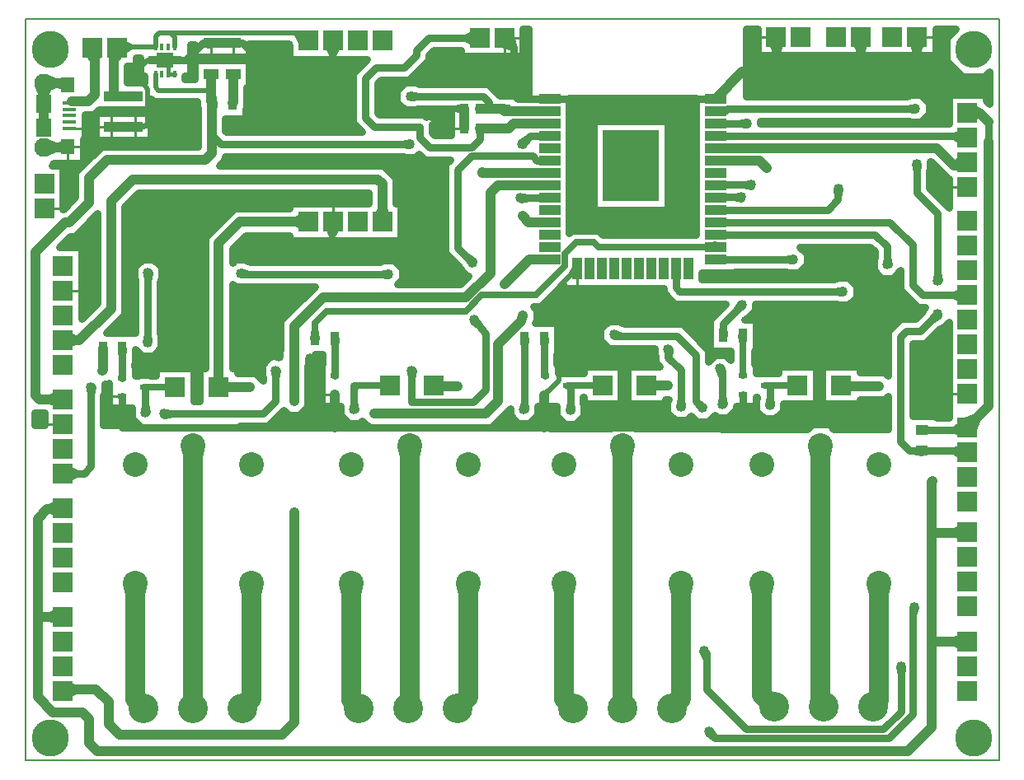
<source format=gbr>
G04 PROTEUS GERBER X2 FILE*
%TF.GenerationSoftware,Labcenter,Proteus,8.9-SP0-Build27865*%
%TF.CreationDate,2021-01-11T14:01:32+00:00*%
%TF.FileFunction,Copper,L1,Top*%
%TF.FilePolarity,Positive*%
%TF.Part,Single*%
%TF.SameCoordinates,{9f0a7d81-3364-476e-981e-304885b4a122}*%
%FSLAX45Y45*%
%MOMM*%
G01*
%TA.AperFunction,Conductor*%
%ADD10C,0.635000*%
%ADD11C,0.762000*%
%ADD12C,2.032000*%
%ADD13C,1.016000*%
%ADD14C,0.508000*%
%ADD15C,0.381000*%
%ADD16C,0.254000*%
%TA.AperFunction,ViaPad*%
%ADD17C,1.016000*%
%TA.AperFunction,OtherPad,Unknown*%
%ADD18C,3.810000*%
%TA.AperFunction,ComponentPad*%
%ADD19C,3.048000*%
%TA.AperFunction,ComponentPad*%
%ADD70R,2.032000X2.032000*%
%TA.AperFunction,SMDPad,CuDef*%
%ADD71R,2.200000X1.000000*%
%ADD20R,1.000000X2.200000*%
%ADD21R,5.842000X7.366000*%
%TA.AperFunction,SMDPad,CuDef*%
%ADD22R,1.447800X0.939800*%
%ADD23R,0.939800X0.990600*%
%TA.AperFunction,ComponentPad*%
%ADD24C,2.540000*%
%TA.AperFunction,SMDPad,CuDef*%
%ADD25R,1.270000X1.016000*%
%ADD26R,2.108200X2.108200*%
%TA.AperFunction,SMDPad,CuDef*%
%ADD27R,0.939800X0.609600*%
%TA.AperFunction,SMDPad,CuDef*%
%ADD28R,0.939800X1.447800*%
%AMPPAD021*
4,1,36,
-0.154940,-0.260000,
-0.154940,0.260000,
-0.154140,0.268180,
-0.151850,0.275740,
-0.148220,0.282540,
-0.143380,0.288440,
-0.137480,0.293280,
-0.130680,0.296910,
-0.123120,0.299200,
-0.114940,0.300000,
0.114940,0.300000,
0.123120,0.299200,
0.130680,0.296910,
0.137480,0.293280,
0.143380,0.288440,
0.148220,0.282540,
0.151850,0.275740,
0.154140,0.268180,
0.154940,0.260000,
0.154940,-0.260000,
0.154140,-0.268180,
0.151850,-0.275740,
0.148220,-0.282540,
0.143380,-0.288440,
0.137480,-0.293280,
0.130680,-0.296910,
0.123120,-0.299200,
0.114940,-0.300000,
-0.114940,-0.300000,
-0.123120,-0.299200,
-0.130680,-0.296910,
-0.137480,-0.293280,
-0.143380,-0.288440,
-0.148220,-0.282540,
-0.151850,-0.275740,
-0.154140,-0.268180,
-0.154940,-0.260000,
0*%
%TA.AperFunction,SMDPad,CuDef*%
%ADD29PPAD021*%
%ADD72R,1.750060X1.500000*%
%TA.AperFunction,ComponentPad*%
%ADD73C,0.400000*%
%AMPPAD024*
4,1,20,
-0.880000,-0.750000,
-0.880000,-0.440000,
-1.700000,-0.440000,
-1.700000,-0.210000,
-0.880000,-0.210000,
-0.880000,0.210000,
-1.700000,0.210000,
-1.700000,0.440000,
-0.880000,0.440000,
-0.880000,0.750000,
0.880000,0.750000,
0.880000,0.440000,
1.700000,0.440000,
1.700000,0.210000,
0.880000,0.210000,
0.880000,-0.210000,
1.700000,-0.210000,
1.700000,-0.440000,
0.880000,-0.440000,
0.880000,-0.750000,
-0.880000,-0.750000,
0*%
%TA.AperFunction,SMDPad,CuDef*%
%ADD30PPAD024*%
%TA.AperFunction,SMDPad,CuDef*%
%ADD31R,1.524000X1.016000*%
%TA.AperFunction,SMDPad,CuDef*%
%ADD32R,1.350000X0.400000*%
%TA.AperFunction,ComponentPad*%
%ADD33C,1.950000*%
%TA.AperFunction,SMDPad,CuDef*%
%ADD34R,1.400000X1.600000*%
%ADD35R,1.600000X1.900000*%
%TA.AperFunction,Profile*%
%ADD36C,0.203200*%
%TD.AperFunction*%
G36*
X+9710000Y+6646000D02*
X+9730129Y+6599360D01*
X+9836999Y+6645487D01*
X+9730507Y+6692476D01*
X+9710000Y+6646000D01*
G37*
G36*
X+9710000Y+6392000D02*
X+9691129Y+6452632D01*
X+9572319Y+6415660D01*
X+9671974Y+6341145D01*
X+9710000Y+6392000D01*
G37*
G36*
X+9710000Y+6138000D02*
X+9679913Y+6178933D01*
X+9586126Y+6110000D01*
X+9700446Y+6088107D01*
X+9710000Y+6138000D01*
G37*
G36*
X+9710000Y+4774000D02*
X+9683593Y+4831748D01*
X+9570429Y+4780000D01*
X+9678734Y+4718731D01*
X+9710000Y+4774000D01*
G37*
G36*
X+9710000Y+3416000D02*
X+9757288Y+3397447D01*
X+9799802Y+3505802D01*
X+9691447Y+3463290D01*
X+9710000Y+3416000D01*
G37*
G36*
X+9710000Y+3416000D02*
X+9671112Y+3466200D01*
X+9572741Y+3390000D01*
X+9692168Y+3355056D01*
X+9710000Y+3416000D01*
G37*
G36*
X+9710000Y+3162000D02*
X+9687217Y+3221274D01*
X+9571070Y+3176640D01*
X+9675368Y+3108776D01*
X+9710000Y+3162000D01*
G37*
G36*
X+9240000Y+3390000D02*
X+9241808Y+3377431D01*
X+9328900Y+3390000D01*
X+9241814Y+3402569D01*
X+9240000Y+3390000D01*
G37*
G36*
X+9240000Y+3176640D02*
X+9238184Y+3189209D01*
X+9151100Y+3176640D01*
X+9238186Y+3164071D01*
X+9240000Y+3176640D01*
G37*
G36*
X+9190000Y+7430000D02*
X+9143440Y+7409680D01*
X+9190000Y+7303000D01*
X+9236558Y+7409680D01*
X+9190000Y+7430000D01*
G37*
G36*
X+9710000Y+1210000D02*
X+9689680Y+1256558D01*
X+9583000Y+1210000D01*
X+9689680Y+1163442D01*
X+9710000Y+1210000D01*
G37*
G36*
X+9710000Y+2342000D02*
X+9685368Y+2386430D01*
X+9583569Y+2330000D01*
X+9694171Y+2293730D01*
X+9710000Y+2342000D01*
G37*
G36*
X+9160000Y+1570000D02*
X+9147304Y+1569612D01*
X+9150000Y+1481665D01*
X+9172285Y+1566784D01*
X+9160000Y+1570000D01*
G37*
G36*
X+7053197Y+287109D02*
X+7045592Y+276938D01*
X+7116059Y+224247D01*
X+7063368Y+294714D01*
X+7053197Y+287109D01*
G37*
G36*
X+9024591Y+955990D02*
X+9012016Y+954176D01*
X+9024591Y+867090D01*
X+9037160Y+954176D01*
X+9024591Y+955990D01*
G37*
G36*
X+9400000Y+4580000D02*
X+9389825Y+4587605D01*
X+9337139Y+4517139D01*
X+9407605Y+4569829D01*
X+9400000Y+4580000D01*
G37*
G36*
X+9401576Y+4924318D02*
X+9414145Y+4926132D01*
X+9401576Y+5013218D01*
X+9389007Y+4926132D01*
X+9401576Y+4924318D01*
G37*
G36*
X+9188866Y+6125501D02*
X+9176297Y+6123687D01*
X+9188866Y+6036601D01*
X+9201435Y+6123687D01*
X+9188866Y+6125501D01*
G37*
G36*
X+9176354Y+6694811D02*
X+9174536Y+6707380D01*
X+9087454Y+6694811D01*
X+9174540Y+6682242D01*
X+9176354Y+6694811D01*
G37*
G36*
X+420000Y+4316000D02*
X+438620Y+4268736D01*
X+546916Y+4311401D01*
X+441992Y+4361792D01*
X+420000Y+4316000D01*
G37*
G36*
X+420000Y+1468000D02*
X+399680Y+1514558D01*
X+293000Y+1468000D01*
X+399680Y+1421442D01*
X+420000Y+1468000D01*
G37*
G36*
X+420000Y+706000D02*
X+446944Y+662935D01*
X+545620Y+724671D01*
X+433254Y+755040D01*
X+420000Y+706000D01*
G37*
G36*
X+420000Y+2588000D02*
X+395356Y+2632421D01*
X+293573Y+2575955D01*
X+404188Y+2539724D01*
X+420000Y+2588000D01*
G37*
G36*
X+420000Y+3704000D02*
X+399680Y+3750558D01*
X+293000Y+3704000D01*
X+399680Y+3657442D01*
X+420000Y+3704000D01*
G37*
G36*
X+420000Y+2942000D02*
X+449017Y+2885518D01*
X+559700Y+2942380D01*
X+448709Y+2998639D01*
X+420000Y+2942000D01*
G37*
G36*
X+710000Y+3830000D02*
X+697431Y+3828186D01*
X+710000Y+3741100D01*
X+722569Y+3828186D01*
X+710000Y+3830000D01*
G37*
G36*
X+726000Y+7320000D02*
X+683148Y+7292718D01*
X+745660Y+7194531D01*
X+775143Y+7307133D01*
X+726000Y+7320000D01*
G37*
G36*
X+468000Y+6940000D02*
X+466129Y+6959108D01*
X+373126Y+6950000D01*
X+462186Y+6921702D01*
X+468000Y+6940000D01*
G37*
G36*
X+222000Y+6950000D02*
X+239745Y+6906803D01*
X+344900Y+6950000D01*
X+239745Y+6993197D01*
X+222000Y+6950000D01*
G37*
G36*
X+222000Y+6950000D02*
X+178803Y+6932255D01*
X+222000Y+6827100D01*
X+265197Y+6932255D01*
X+222000Y+6950000D01*
G37*
G36*
X+980000Y+7320000D02*
X+1022348Y+7256652D01*
X+1132071Y+7330000D01*
X+1013687Y+7388348D01*
X+980000Y+7320000D01*
G37*
G36*
X+980000Y+7320000D02*
X+929411Y+7315379D01*
X+940000Y+7199464D01*
X+1017789Y+7286050D01*
X+980000Y+7320000D01*
G37*
G36*
X+5420940Y+6796660D02*
X+5422547Y+6784870D01*
X+5509040Y+6796660D01*
X+5422547Y+6808450D01*
X+5420940Y+6796660D01*
G37*
G36*
X+5420940Y+6796660D02*
X+5419333Y+6808450D01*
X+5332840Y+6796660D01*
X+5419333Y+6784870D01*
X+5420940Y+6796660D01*
G37*
G36*
X+5420940Y+6415660D02*
X+5419333Y+6427450D01*
X+5332840Y+6415660D01*
X+5419333Y+6403870D01*
X+5420940Y+6415660D01*
G37*
G36*
X+5420940Y+6161660D02*
X+5419333Y+6173450D01*
X+5332840Y+6161660D01*
X+5419333Y+6149870D01*
X+5420940Y+6161660D01*
G37*
G36*
X+5420940Y+5780660D02*
X+5419333Y+5792450D01*
X+5332841Y+5780660D01*
X+5419333Y+5768870D01*
X+5420940Y+5780660D01*
G37*
G36*
X+5699400Y+5047500D02*
X+5678286Y+5060123D01*
X+5628124Y+4976224D01*
X+5712023Y+5026386D01*
X+5699400Y+5047500D01*
G37*
G36*
X+6715400Y+5047500D02*
X+6703610Y+5045893D01*
X+6715400Y+4959400D01*
X+6727190Y+5045893D01*
X+6715400Y+5047500D01*
G37*
G36*
X+7120940Y+5145660D02*
X+7122547Y+5133870D01*
X+7209040Y+5145660D01*
X+7122547Y+5157450D01*
X+7120940Y+5145660D01*
G37*
G36*
X+7120940Y+5272660D02*
X+7117414Y+5290566D01*
X+7026490Y+5272660D01*
X+7117414Y+5254754D01*
X+7120940Y+5272660D01*
G37*
G36*
X+7120940Y+5399660D02*
X+7122547Y+5387870D01*
X+7209040Y+5399660D01*
X+7122547Y+5411450D01*
X+7120940Y+5399660D01*
G37*
G36*
X+7120940Y+5526660D02*
X+7122547Y+5514870D01*
X+7209040Y+5526660D01*
X+7122547Y+5538450D01*
X+7120940Y+5526660D01*
G37*
G36*
X+7120940Y+5653660D02*
X+7122547Y+5641870D01*
X+7209040Y+5653660D01*
X+7122547Y+5665450D01*
X+7120940Y+5653660D01*
G37*
G36*
X+7120940Y+5780660D02*
X+7122756Y+5768900D01*
X+7209026Y+5782228D01*
X+7122337Y+5792477D01*
X+7120940Y+5780660D01*
G37*
G36*
X+7120940Y+5907660D02*
X+7122859Y+5895916D01*
X+7209008Y+5910000D01*
X+7122233Y+5919489D01*
X+7120940Y+5907660D01*
G37*
G36*
X+7120940Y+6415660D02*
X+7122547Y+6403870D01*
X+7209040Y+6415660D01*
X+7122547Y+6427450D01*
X+7120940Y+6415660D01*
G37*
G36*
X+7120940Y+6542660D02*
X+7122547Y+6530870D01*
X+7209040Y+6542660D01*
X+7122547Y+6554450D01*
X+7120940Y+6542660D01*
G37*
G36*
X+7120940Y+6669660D02*
X+7121880Y+6657798D01*
X+7208899Y+6664695D01*
X+7123209Y+6681341D01*
X+7120940Y+6669660D01*
G37*
G36*
X+4540000Y+6690000D02*
X+4537461Y+6705026D01*
X+4448560Y+6690000D01*
X+4537461Y+6674974D01*
X+4540000Y+6690000D01*
G37*
G36*
X+4700000Y+6490000D02*
X+4691159Y+6489072D01*
X+4700000Y+6404910D01*
X+4708841Y+6489072D01*
X+4700000Y+6490000D01*
G37*
G36*
X+1760000Y+3230000D02*
X+1735407Y+3223650D01*
X+1760000Y+3128401D01*
X+1784593Y+3223651D01*
X+1760000Y+3230000D01*
G37*
G36*
X+2360000Y+1810000D02*
X+2335407Y+1803650D01*
X+2360000Y+1708400D01*
X+2384593Y+1803651D01*
X+2360000Y+1810000D01*
G37*
G36*
X+1160000Y+1810000D02*
X+1135407Y+1803650D01*
X+1160000Y+1708400D01*
X+1184593Y+1803651D01*
X+1160000Y+1810000D01*
G37*
G36*
X+3980000Y+3230000D02*
X+3955407Y+3223650D01*
X+3980000Y+3128400D01*
X+4004593Y+3223651D01*
X+3980000Y+3230000D01*
G37*
G36*
X+4580000Y+1810000D02*
X+4555407Y+1803650D01*
X+4580000Y+1708400D01*
X+4604593Y+1803651D01*
X+4580000Y+1810000D01*
G37*
G36*
X+3380000Y+1810000D02*
X+3355407Y+1803650D01*
X+3380000Y+1708400D01*
X+3404593Y+1803651D01*
X+3380000Y+1810000D01*
G37*
G36*
X+6170000Y+3230000D02*
X+6145407Y+3223650D01*
X+6170000Y+3128400D01*
X+6194593Y+3223651D01*
X+6170000Y+3230000D01*
G37*
G36*
X+6770000Y+1810000D02*
X+6745407Y+1803650D01*
X+6770000Y+1708400D01*
X+6794593Y+1803651D01*
X+6770000Y+1810000D01*
G37*
G36*
X+5570000Y+1810000D02*
X+5545407Y+1803650D01*
X+5570000Y+1708400D01*
X+5594593Y+1803651D01*
X+5570000Y+1810000D01*
G37*
G36*
X+8200000Y+3230000D02*
X+8175407Y+3223650D01*
X+8200000Y+3128400D01*
X+8224593Y+3223651D01*
X+8200000Y+3230000D01*
G37*
G36*
X+8800000Y+1810000D02*
X+8775407Y+1803650D01*
X+8800000Y+1708400D01*
X+8824593Y+1803651D01*
X+8800000Y+1810000D01*
G37*
G36*
X+7600000Y+1810000D02*
X+7575407Y+1803650D01*
X+7600000Y+1708401D01*
X+7624593Y+1803651D01*
X+7600000Y+1810000D01*
G37*
G36*
X+2940000Y+5530000D02*
X+2919126Y+5576313D01*
X+2813010Y+5528484D01*
X+2920238Y+5483202D01*
X+2940000Y+5530000D01*
G37*
G36*
X+3194000Y+5530000D02*
X+3131765Y+5498287D01*
X+3190000Y+5384005D01*
X+3254405Y+5494926D01*
X+3194000Y+5530000D01*
G37*
G36*
X+3702000Y+5530000D02*
X+3748558Y+5550320D01*
X+3702000Y+5656999D01*
X+3655442Y+5550320D01*
X+3702000Y+5530000D01*
G37*
G36*
X+8610000Y+7430000D02*
X+8563442Y+7409680D01*
X+8610000Y+7303000D01*
X+8656558Y+7409680D01*
X+8610000Y+7430000D01*
G37*
G36*
X+2940000Y+7390000D02*
X+2942212Y+7466167D01*
X+2810286Y+7470000D01*
X+2872931Y+7353833D01*
X+2940000Y+7390000D01*
G37*
G36*
X+3194000Y+7390000D02*
X+3136404Y+7363263D01*
X+3188797Y+7250397D01*
X+3249446Y+7359050D01*
X+3194000Y+7390000D01*
G37*
G36*
X+5370000Y+3755000D02*
X+5373809Y+3751640D01*
X+5427473Y+3812473D01*
X+5366640Y+3758809D01*
X+5370000Y+3755000D01*
G37*
G36*
X+3010000Y+4330000D02*
X+3025026Y+4332539D01*
X+3010000Y+4421440D01*
X+2994974Y+4332540D01*
X+3010000Y+4330000D01*
G37*
G36*
X+3210000Y+4330000D02*
X+3201159Y+4329072D01*
X+3210000Y+4244910D01*
X+3218841Y+4329072D01*
X+3210000Y+4330000D01*
G37*
G36*
X+5160000Y+4330000D02*
X+5151159Y+4329072D01*
X+5160000Y+4244910D01*
X+5168841Y+4329072D01*
X+5160000Y+4330000D01*
G37*
G36*
X+5360000Y+4330000D02*
X+5351159Y+4329072D01*
X+5360000Y+4244910D01*
X+5368841Y+4329072D01*
X+5360000Y+4330000D01*
G37*
G36*
X+7200000Y+4360000D02*
X+7208841Y+4360928D01*
X+7200000Y+4445090D01*
X+7191159Y+4360928D01*
X+7200000Y+4360000D01*
G37*
G36*
X+7400000Y+4360000D02*
X+7384974Y+4357460D01*
X+7400000Y+4268560D01*
X+7415026Y+4357461D01*
X+7400000Y+4360000D01*
G37*
G36*
X+1030000Y+4230000D02*
X+1021159Y+4229072D01*
X+1030000Y+4144910D01*
X+1038841Y+4229072D01*
X+1030000Y+4230000D01*
G37*
G36*
X+7746000Y+7430000D02*
X+7699895Y+7408671D01*
X+7748767Y+7303031D01*
X+7792990Y+7410700D01*
X+7746000Y+7430000D01*
G37*
G36*
X+1960000Y+6750000D02*
X+1951159Y+6749072D01*
X+1960000Y+6664910D01*
X+1968841Y+6749072D01*
X+1960000Y+6750000D01*
G37*
G36*
X+1940000Y+7364960D02*
X+1937654Y+7377441D01*
X+1851180Y+7361181D01*
X+1938722Y+7352325D01*
X+1940000Y+7364960D01*
G37*
G36*
X+1160000Y+6505040D02*
X+1167356Y+6480729D01*
X+1261514Y+6509222D01*
X+1165332Y+6529873D01*
X+1160000Y+6505040D01*
G37*
G36*
X+4700000Y+7420000D02*
X+4669798Y+7475857D01*
X+4560340Y+7416674D01*
X+4672492Y+7362768D01*
X+4700000Y+7420000D01*
G37*
G36*
X+4954000Y+7420000D02*
X+4930136Y+7361155D01*
X+5045448Y+7314391D01*
X+5015652Y+7435204D01*
X+4954000Y+7420000D01*
G37*
G36*
X+1265783Y+3569295D02*
X+1278352Y+3571109D01*
X+1265783Y+3658195D01*
X+1253214Y+3571109D01*
X+1265783Y+3569295D01*
G37*
G36*
X+3410000Y+3600000D02*
X+3422569Y+3601814D01*
X+3410000Y+3688900D01*
X+3397431Y+3601814D01*
X+3410000Y+3600000D01*
G37*
G36*
X+5630000Y+3590000D02*
X+5642569Y+3591814D01*
X+5630000Y+3678900D01*
X+5617431Y+3591814D01*
X+5630000Y+3590000D01*
G37*
G36*
X+7679296Y+3645021D02*
X+7691865Y+3646835D01*
X+7679296Y+3733921D01*
X+7666727Y+3646835D01*
X+7679296Y+3645021D01*
G37*
G36*
X+7920733Y+5145660D02*
X+7918919Y+5158229D01*
X+7831833Y+5145660D01*
X+7918919Y+5133091D01*
X+7920733Y+5145660D01*
G37*
G36*
X+3990000Y+6820000D02*
X+3991814Y+6807431D01*
X+4078900Y+6820000D01*
X+3991814Y+6832569D01*
X+3990000Y+6820000D01*
G37*
G36*
X+3985911Y+6327617D02*
X+3984097Y+6340186D01*
X+3897011Y+6327617D01*
X+3984097Y+6315048D01*
X+3985911Y+6327617D01*
G37*
G36*
X+8381796Y+5867433D02*
X+8369193Y+5865874D01*
X+8380000Y+5778552D01*
X+8394326Y+5865366D01*
X+8381796Y+5867433D01*
G37*
G36*
X+8431756Y+4811915D02*
X+8430428Y+4824545D01*
X+8342923Y+4815341D01*
X+8429459Y+4799425D01*
X+8431756Y+4811915D01*
G37*
G36*
X+6989593Y+3613334D02*
X+6997198Y+3623505D01*
X+6926731Y+3676196D01*
X+6979422Y+3605729D01*
X+6989593Y+3613334D01*
G37*
G36*
X+6080000Y+4370000D02*
X+6078940Y+4357345D01*
X+6166621Y+4350000D01*
X+6084595Y+4381839D01*
X+6080000Y+4370000D01*
G37*
G36*
X+7388135Y+5782228D02*
X+7386321Y+5794797D01*
X+7299235Y+5782228D01*
X+7386321Y+5769659D01*
X+7388135Y+5782228D01*
G37*
G36*
X+7390660Y+4673503D02*
X+7380489Y+4681108D01*
X+7327798Y+4610641D01*
X+7398265Y+4663332D01*
X+7390660Y+4673503D01*
G37*
G36*
X+4626667Y+5110741D02*
X+4634272Y+5120912D01*
X+4563805Y+5173603D01*
X+4616496Y+5103136D01*
X+4626667Y+5110741D01*
G37*
G36*
X+4640000Y+4520000D02*
X+4631787Y+4510314D01*
X+4698897Y+4453410D01*
X+4650617Y+4526968D01*
X+4640000Y+4520000D01*
G37*
G36*
X+4000500Y+4000500D02*
X+3987931Y+3998686D01*
X+4000500Y+3911600D01*
X+4013069Y+3998686D01*
X+4000500Y+4000500D01*
G37*
G36*
X+2603500Y+4000500D02*
X+2590931Y+3998686D01*
X+2603500Y+3911600D01*
X+2616069Y+3998686D01*
X+2603500Y+4000500D01*
G37*
G36*
X+1460500Y+3556000D02*
X+1462314Y+3543431D01*
X+1549400Y+3556000D01*
X+1462314Y+3568569D01*
X+1460500Y+3556000D01*
G37*
G36*
X+8885925Y+5090000D02*
X+8898494Y+5091814D01*
X+8885925Y+5178900D01*
X+8873356Y+5091814D01*
X+8885925Y+5090000D01*
G37*
G36*
X+4224748Y+6602565D02*
X+4240640Y+6592061D01*
X+4292100Y+6669917D01*
X+4214244Y+6618457D01*
X+4224748Y+6602565D01*
G37*
G36*
X+5135961Y+6329372D02*
X+5146132Y+6321767D01*
X+5198823Y+6392234D01*
X+5128356Y+6339543D01*
X+5135961Y+6329372D01*
G37*
G36*
X+3764049Y+4992411D02*
X+3762235Y+5004980D01*
X+3675149Y+4992411D01*
X+3762235Y+4979842D01*
X+3764049Y+4992411D01*
G37*
G36*
X+2246124Y+5000249D02*
X+2246822Y+4987569D01*
X+2334677Y+4992411D01*
X+2249039Y+5012609D01*
X+2246124Y+5000249D01*
G37*
G36*
X+1293624Y+5004169D02*
X+1281055Y+5002355D01*
X+1293624Y+4915270D01*
X+1306193Y+5002355D01*
X+1293624Y+5004169D01*
G37*
G36*
X+1290000Y+4290000D02*
X+1302633Y+4291300D01*
X+1293624Y+4378826D01*
X+1277515Y+4292325D01*
X+1290000Y+4290000D01*
G37*
G36*
X+2954568Y+4122530D02*
X+2941922Y+4121364D01*
X+2950000Y+4033748D01*
X+2967027Y+4120073D01*
X+2954568Y+4122530D01*
G37*
G36*
X+2633149Y+4142129D02*
X+2645718Y+4143943D01*
X+2633149Y+4231029D01*
X+2620580Y+4143943D01*
X+2633149Y+4142129D01*
G37*
G36*
X+5121363Y+5775053D02*
X+5123966Y+5762623D01*
X+5210086Y+5780660D01*
X+5122380Y+5787712D01*
X+5121363Y+5775053D01*
G37*
G36*
X+6636046Y+4217769D02*
X+6623688Y+4214844D01*
X+6643958Y+4129222D01*
X+6648727Y+4217081D01*
X+6636046Y+4217769D01*
G37*
G36*
X+6767350Y+3626333D02*
X+6779919Y+3628147D01*
X+6767350Y+3715233D01*
X+6754781Y+3628147D01*
X+6767350Y+3626333D01*
G37*
G36*
X+7003953Y+1120543D02*
X+6992298Y+1115499D01*
X+7027248Y+1034750D01*
X+7016558Y+1122085D01*
X+7003953Y+1120543D01*
G37*
G36*
X+7443994Y+6542489D02*
X+7442204Y+6555062D01*
X+7355094Y+6542660D01*
X+7442156Y+6529923D01*
X+7443994Y+6542489D01*
G37*
G36*
X+5151157Y+3597261D02*
X+5163844Y+3597815D01*
X+5160000Y+3685720D01*
X+5138831Y+3600316D01*
X+5151157Y+3597261D01*
G37*
G36*
X+7194733Y+3654649D02*
X+7207188Y+3657129D01*
X+7190000Y+3743422D01*
X+7182085Y+3655791D01*
X+7194733Y+3654649D01*
G37*
G36*
X+7170000Y+4020000D02*
X+7158161Y+4015405D01*
X+7190000Y+3933379D01*
X+7182655Y+4021060D01*
X+7170000Y+4020000D01*
G37*
G36*
X+7490000Y+5910000D02*
X+7488186Y+5922569D01*
X+7401100Y+5910000D01*
X+7488186Y+5897431D01*
X+7490000Y+5910000D01*
G37*
G36*
X+222000Y+6290000D02*
X+239745Y+6246803D01*
X+344900Y+6290000D01*
X+239745Y+6333197D01*
X+222000Y+6290000D01*
G37*
G36*
X+468000Y+6300000D02*
X+462186Y+6318298D01*
X+373126Y+6290000D01*
X+466129Y+6280892D01*
X+468000Y+6300000D01*
G37*
G36*
X+9490601Y+7415731D02*
X+9490601Y+7184269D01*
X+9654269Y+7020601D01*
X+9885731Y+7020601D01*
X+9936360Y+7071230D01*
X+9936360Y+6743690D01*
X+9900499Y+6779551D01*
X+9900499Y+6836499D01*
X+9519501Y+6836499D01*
X+9519501Y+6542659D01*
X+7583693Y+6542659D01*
X+7583693Y+6567812D01*
X+9078341Y+6567812D01*
X+9110419Y+6563182D01*
X+9118489Y+6555112D01*
X+9234219Y+6555112D01*
X+9316053Y+6636946D01*
X+9316053Y+6752676D01*
X+9234219Y+6834510D01*
X+9118489Y+6834510D01*
X+9110419Y+6826440D01*
X+9078340Y+6821810D01*
X+7440000Y+6821810D01*
X+7440000Y+7512740D01*
X+7555501Y+7512740D01*
X+7555501Y+7239501D01*
X+9380499Y+7239501D01*
X+9380499Y+7512740D01*
X+9587610Y+7512740D01*
X+9490601Y+7415731D01*
G37*
G36*
X+5200000Y+6809359D02*
X+5111289Y+6809359D01*
X+5111289Y+6825889D01*
X+5011675Y+6825889D01*
X+5007865Y+6829699D01*
X+4902192Y+6829699D01*
X+4784892Y+6946999D01*
X+4088013Y+6946999D01*
X+4055935Y+6951629D01*
X+4047865Y+6959699D01*
X+3932135Y+6959699D01*
X+3850301Y+6877865D01*
X+3850301Y+6762135D01*
X+3932135Y+6680301D01*
X+4047865Y+6680301D01*
X+4055936Y+6688372D01*
X+4088011Y+6693001D01*
X+4404111Y+6693001D01*
X+4404111Y+6422135D01*
X+4236101Y+6422135D01*
X+4209268Y+6448968D01*
X+4209268Y+6532715D01*
X+4253681Y+6532715D01*
X+4294598Y+6573632D01*
X+4294598Y+6631498D01*
X+4253681Y+6672415D01*
X+4195815Y+6672415D01*
X+4154898Y+6631498D01*
X+4154898Y+6609390D01*
X+4134872Y+6629416D01*
X+3672408Y+6629416D01*
X+3650753Y+6651071D01*
X+3650753Y+6951410D01*
X+3686637Y+6987294D01*
X+3976896Y+6987294D01*
X+4176999Y+7187397D01*
X+4176999Y+7239309D01*
X+4227365Y+7289675D01*
X+4509501Y+7289675D01*
X+4509501Y+7229501D01*
X+5144499Y+7229501D01*
X+5144499Y+7512740D01*
X+5200000Y+7512740D01*
X+5200000Y+6809359D01*
G37*
G36*
X+6922041Y+6657761D02*
X+6922041Y+5393309D01*
X+5967314Y+5393308D01*
X+5919973Y+5440649D01*
X+5644760Y+5440649D01*
X+5619839Y+5415728D01*
X+5619839Y+6800000D01*
X+6922041Y+6800000D01*
X+6922041Y+6657761D01*
G37*
%LPC*%
G36*
X+6628779Y+5647881D02*
X+5866781Y+5647881D01*
X+5866781Y+6562279D01*
X+6628779Y+6562279D01*
X+6628779Y+5647881D01*
G37*
%LPD*%
G36*
X+8758926Y+5222249D02*
X+8758926Y+5188013D01*
X+8754296Y+5155935D01*
X+8746226Y+5147865D01*
X+8746226Y+5032135D01*
X+8828060Y+4950301D01*
X+8943790Y+4950301D01*
X+9023002Y+5029513D01*
X+9023002Y+4827396D01*
X+9197397Y+4653001D01*
X+9275437Y+4653001D01*
X+9260301Y+4637865D01*
X+9260301Y+4626455D01*
X+9240885Y+4600487D01*
X+9172455Y+4532057D01*
X+9023653Y+4532057D01*
X+8892952Y+4401356D01*
X+8892952Y+3944612D01*
X+8857865Y+3979699D01*
X+8604309Y+3979699D01*
X+8604309Y+4044309D01*
X+8215691Y+4044309D01*
X+8215691Y+3655691D01*
X+8604309Y+3655691D01*
X+8604309Y+3700301D01*
X+8857865Y+3700301D01*
X+8892952Y+3735388D01*
X+8892952Y+3395735D01*
X+8336811Y+3398516D01*
X+8289428Y+3445899D01*
X+8110572Y+3445899D01*
X+8064550Y+3399877D01*
X+6296610Y+3408717D01*
X+6259428Y+3445899D01*
X+6080572Y+3445899D01*
X+6044650Y+3409977D01*
X+4779823Y+3416301D01*
X+4820365Y+3416301D01*
X+5011458Y+3607394D01*
X+5011458Y+3539396D01*
X+5093292Y+3457562D01*
X+5209022Y+3457562D01*
X+5290856Y+3539396D01*
X+5290856Y+3635621D01*
X+5490301Y+3635621D01*
X+5490301Y+3532135D01*
X+5572135Y+3450301D01*
X+5687865Y+3450301D01*
X+5769699Y+3532135D01*
X+5769699Y+3647865D01*
X+5761629Y+3655935D01*
X+5756999Y+3688013D01*
X+5756999Y+3729351D01*
X+5765691Y+3729351D01*
X+5765691Y+3655691D01*
X+6154309Y+3655691D01*
X+6154309Y+4044309D01*
X+5765691Y+4044309D01*
X+5765691Y+3970649D01*
X+5704465Y+3970649D01*
X+5698115Y+3976999D01*
X+5547395Y+3976999D01*
X+5539775Y+3969379D01*
X+5505889Y+3969379D01*
X+5505889Y+4064379D01*
X+5486999Y+4064379D01*
X+5486999Y+4168711D01*
X+5495889Y+4168711D01*
X+5495889Y+4491289D01*
X+5273689Y+4491289D01*
X+5283199Y+4512135D01*
X+5283199Y+4627865D01*
X+5252703Y+4658361D01*
X+5330716Y+4658361D01*
X+5560501Y+4888146D01*
X+5560501Y+4848601D01*
X+6588401Y+4848601D01*
X+6588401Y+4799579D01*
X+6699638Y+4688342D01*
X+7225897Y+4688342D01*
X+7073001Y+4535446D01*
X+7073001Y+4521289D01*
X+7064111Y+4521289D01*
X+7064111Y+4198711D01*
X+7279351Y+4198711D01*
X+7279351Y+4108213D01*
X+7227865Y+4159699D01*
X+7112135Y+4159699D01*
X+7046999Y+4094563D01*
X+7046999Y+4212603D01*
X+6782604Y+4476998D01*
X+6190405Y+4476998D01*
X+6157980Y+4489584D01*
X+6137865Y+4509699D01*
X+6022135Y+4509699D01*
X+5940301Y+4427865D01*
X+5940301Y+4312135D01*
X+5988441Y+4263995D01*
X+5988694Y+4263614D01*
X+5989055Y+4263381D01*
X+6022135Y+4230301D01*
X+6040289Y+4230301D01*
X+6051594Y+4223002D01*
X+6496347Y+4223002D01*
X+6496347Y+4159904D01*
X+6509047Y+4147204D01*
X+6509047Y+4084531D01*
X+6549269Y+4044309D01*
X+6215691Y+4044309D01*
X+6215691Y+3655691D01*
X+6604309Y+3655691D01*
X+6604309Y+3704208D01*
X+6637445Y+3704208D01*
X+6635721Y+3692268D01*
X+6627651Y+3684198D01*
X+6627651Y+3568468D01*
X+6709485Y+3486634D01*
X+6825215Y+3486634D01*
X+6871972Y+3533391D01*
X+6931728Y+3473635D01*
X+7047458Y+3473635D01*
X+7112820Y+3538998D01*
X+7136868Y+3514950D01*
X+7252598Y+3514950D01*
X+7334432Y+3596784D01*
X+7334432Y+3635621D01*
X+7535889Y+3635621D01*
X+7535889Y+3730621D01*
X+7550505Y+3730621D01*
X+7547667Y+3710956D01*
X+7539597Y+3702886D01*
X+7539597Y+3587156D01*
X+7621431Y+3505322D01*
X+7737161Y+3505322D01*
X+7818995Y+3587156D01*
X+7818995Y+3655691D01*
X+8154309Y+3655691D01*
X+8154309Y+4044309D01*
X+7765691Y+4044309D01*
X+7765691Y+3970649D01*
X+7741822Y+3970649D01*
X+7735473Y+3976998D01*
X+7630265Y+3976998D01*
X+7623916Y+3970649D01*
X+7580026Y+3970649D01*
X+7578756Y+3969379D01*
X+7535889Y+3969379D01*
X+7535889Y+4064379D01*
X+7520649Y+4064379D01*
X+7520649Y+4198711D01*
X+7535889Y+4198711D01*
X+7535889Y+4521289D01*
X+7420376Y+4521289D01*
X+7437113Y+4533804D01*
X+7448525Y+4533804D01*
X+7530359Y+4615638D01*
X+7530359Y+4688342D01*
X+8331347Y+4688342D01*
X+8363719Y+4682388D01*
X+8373891Y+4672216D01*
X+8489621Y+4672216D01*
X+8571455Y+4754050D01*
X+8571455Y+4869780D01*
X+8489621Y+4951614D01*
X+8373891Y+4951614D01*
X+8367950Y+4945673D01*
X+8336264Y+4942340D01*
X+6981299Y+4942340D01*
X+6981299Y+5006761D01*
X+7319839Y+5006761D01*
X+7319839Y+5018661D01*
X+7822720Y+5018661D01*
X+7854798Y+5014031D01*
X+7862868Y+5005961D01*
X+7978598Y+5005961D01*
X+8060432Y+5087795D01*
X+8060432Y+5203525D01*
X+7991296Y+5272661D01*
X+8708514Y+5272661D01*
X+8758926Y+5222249D01*
G37*
G36*
X+3083001Y+4064379D02*
X+3074111Y+4064379D01*
X+3074111Y+3635621D01*
X+3270301Y+3635621D01*
X+3270301Y+3542135D01*
X+3352135Y+3460301D01*
X+3467865Y+3460301D01*
X+3492750Y+3485186D01*
X+3555513Y+3422423D01*
X+2239699Y+3429002D01*
X+2529104Y+3429002D01*
X+2689769Y+3589667D01*
X+2736135Y+3543301D01*
X+2851865Y+3543301D01*
X+2933699Y+3625135D01*
X+2933699Y+4052680D01*
X+2983501Y+4052680D01*
X+3024418Y+4093597D01*
X+3024418Y+4151463D01*
X+3007170Y+4168711D01*
X+3083001Y+4168711D01*
X+3083001Y+4064379D01*
G37*
G36*
X+229501Y+3513501D02*
X+229501Y+3439053D01*
X+134480Y+3439528D01*
X+134480Y+3564301D01*
X+229501Y+3564301D01*
X+229501Y+3513501D01*
G37*
G36*
X+894111Y+3805621D02*
X+894111Y+3615621D01*
X+1126084Y+3615621D01*
X+1126084Y+3511430D01*
X+1203330Y+3434184D01*
X+836998Y+3436015D01*
X+836999Y+3731986D01*
X+841629Y+3764065D01*
X+849699Y+3772135D01*
X+849699Y+3860801D01*
X+883365Y+3860801D01*
X+894111Y+3871547D01*
X+894111Y+3805621D01*
G37*
G36*
X+2749501Y+7341912D02*
X+2749501Y+7199501D01*
X+3539640Y+7199501D01*
X+3396755Y+7056616D01*
X+3396755Y+6545865D01*
X+3488004Y+6454616D01*
X+2099583Y+6454616D01*
X+2089699Y+6464500D01*
X+2089699Y+6588711D01*
X+2295889Y+6588711D01*
X+2295889Y+6688325D01*
X+2309699Y+6702135D01*
X+2309699Y+6910301D01*
X+2335099Y+6910301D01*
X+2335099Y+7189699D01*
X+1774901Y+7189699D01*
X+1774901Y+6992557D01*
X+1672393Y+6992557D01*
X+1672393Y+7026101D01*
X+1728899Y+7026101D01*
X+1728899Y+7352680D01*
X+1774322Y+7352680D01*
X+1774901Y+7353259D01*
X+1774901Y+7225261D01*
X+2335099Y+7225261D01*
X+2335099Y+7355701D01*
X+2742065Y+7355701D01*
X+2749501Y+7341912D01*
G37*
G36*
X+1211101Y+7026101D02*
X+1257701Y+7026101D01*
X+1257702Y+6959699D01*
X+1079699Y+6959699D01*
X+1079699Y+7129501D01*
X+1170499Y+7129501D01*
X+1170499Y+7215701D01*
X+1211101Y+7215701D01*
X+1211101Y+7026101D01*
G37*
G36*
X+1355381Y+6763959D02*
X+1800301Y+6763959D01*
X+1800301Y+6712135D01*
X+1810301Y+6702135D01*
X+1810301Y+6304632D01*
X+813285Y+6304632D01*
X+548837Y+6040184D01*
X+548837Y+5781204D01*
X+427332Y+5659699D01*
X+420499Y+5659699D01*
X+420499Y+6110499D01*
X+306107Y+6110499D01*
X+326709Y+6131101D01*
X+626899Y+6131101D01*
X+626899Y+6381101D01*
X+646399Y+6381101D01*
X+646399Y+6631250D01*
X+742421Y+6631250D01*
X+754901Y+6643730D01*
X+754901Y+6365341D01*
X+1325099Y+6365341D01*
X+1325099Y+6644739D01*
X+755910Y+6644739D01*
X+791472Y+6680301D01*
X+1325099Y+6680301D01*
X+1325099Y+6794241D01*
X+1355381Y+6763959D01*
G37*
G36*
X+4093697Y+6205335D02*
X+4130895Y+6168137D01*
X+4396478Y+6168137D01*
X+4348104Y+6119763D01*
X+4348104Y+5209702D01*
X+4467553Y+5090253D01*
X+4486968Y+5064288D01*
X+4486968Y+5052876D01*
X+4568802Y+4971042D01*
X+4582978Y+4971042D01*
X+4501635Y+4889699D01*
X+3858901Y+4889699D01*
X+3903748Y+4934546D01*
X+3903748Y+5050276D01*
X+3821914Y+5132110D01*
X+3706184Y+5132110D01*
X+3698114Y+5124040D01*
X+3666035Y+5119410D01*
X+2349448Y+5119410D01*
X+2316835Y+5127102D01*
X+2303989Y+5139948D01*
X+2188259Y+5139948D01*
X+2159699Y+5111388D01*
X+2159699Y+5253726D01*
X+2294758Y+5388785D01*
X+2749501Y+5388785D01*
X+2749501Y+5339501D01*
X+3892499Y+5339501D01*
X+3892499Y+5720499D01*
X+3841699Y+5720499D01*
X+3841699Y+5978137D01*
X+3713887Y+6105949D01*
X+2023513Y+6105949D01*
X+2089699Y+6172135D01*
X+2089699Y+6200618D01*
X+3887898Y+6200618D01*
X+3919976Y+6195988D01*
X+3928046Y+6187918D01*
X+4043776Y+6187918D01*
X+4077445Y+6221587D01*
X+4093697Y+6205335D01*
G37*
%LPC*%
G36*
X+4090150Y+6031067D02*
X+4090150Y+6088933D01*
X+4131067Y+6129850D01*
X+4188933Y+6129850D01*
X+4229850Y+6088933D01*
X+4229850Y+6031067D01*
X+4188933Y+5990150D01*
X+4131067Y+5990150D01*
X+4090150Y+6031067D01*
G37*
%LPD*%
G36*
X+4160000Y+6060000D02*
X+4141335Y+6056190D01*
X+4160000Y+5964750D01*
X+4178665Y+6056190D01*
X+4160000Y+6060000D01*
G37*
G36*
X+9512135Y+5970301D02*
X+9519501Y+5970301D01*
X+9519501Y+5674173D01*
X+9322461Y+5871213D01*
X+9322461Y+5871213D01*
X+9315864Y+5877810D01*
X+9315865Y+6027485D01*
X+9320495Y+6059566D01*
X+9328565Y+6067636D01*
X+9328565Y+6148961D01*
X+9333475Y+6148961D01*
X+9512135Y+5970301D01*
G37*
G36*
X+774279Y+4691843D02*
X+610499Y+4528063D01*
X+610499Y+5268499D01*
X+386063Y+5268499D01*
X+497865Y+5380301D01*
X+543062Y+5380301D01*
X+774279Y+5611518D01*
X+774279Y+4691843D01*
G37*
G36*
X+3562301Y+5720499D02*
X+2749501Y+5720499D01*
X+2749501Y+5668183D01*
X+2179028Y+5668183D01*
X+1880301Y+5369456D01*
X+1880301Y+4024309D01*
X+1825691Y+4024309D01*
X+1825691Y+3682999D01*
X+1764309Y+3682999D01*
X+1764309Y+4024309D01*
X+1375691Y+4024309D01*
X+1375691Y+3950649D01*
X+1318953Y+3950649D01*
X+1312604Y+3956998D01*
X+1207396Y+3956998D01*
X+1199777Y+3949379D01*
X+1165889Y+3949379D01*
X+1165889Y+4044379D01*
X+1156999Y+4044379D01*
X+1156998Y+4068711D01*
X+1165889Y+4068711D01*
X+1165889Y+4216547D01*
X+1232135Y+4150301D01*
X+1347865Y+4150301D01*
X+1429699Y+4232135D01*
X+1429699Y+4347865D01*
X+1423881Y+4353683D01*
X+1420623Y+4385339D01*
X+1420623Y+4906157D01*
X+1425253Y+4938234D01*
X+1433323Y+4946304D01*
X+1433323Y+5062034D01*
X+1351489Y+5143868D01*
X+1235759Y+5143868D01*
X+1153925Y+5062034D01*
X+1153925Y+4946304D01*
X+1161992Y+4938237D01*
X+1166625Y+4906151D01*
X+1166625Y+4390548D01*
X+1165889Y+4386596D01*
X+1165889Y+4391289D01*
X+868853Y+4391289D01*
X+1053677Y+4576113D01*
X+1053677Y+5687097D01*
X+1193131Y+5826551D01*
X+3562301Y+5826551D01*
X+3562301Y+5720499D01*
G37*
G36*
X+2188259Y+4860550D02*
X+2303989Y+4860550D01*
X+2307141Y+4863702D01*
X+2338163Y+4865412D01*
X+3007848Y+4865412D01*
X+2654301Y+4511865D01*
X+2654301Y+4211979D01*
X+2604216Y+4211979D01*
X+2563299Y+4171062D01*
X+2563299Y+4140199D01*
X+2545635Y+4140199D01*
X+2463801Y+4058365D01*
X+2463801Y+3942635D01*
X+2471870Y+3934566D01*
X+2476501Y+3902483D01*
X+2476501Y+3894685D01*
X+2398804Y+3972382D01*
X+2214309Y+3972382D01*
X+2214309Y+4024309D01*
X+2159699Y+4024309D01*
X+2159699Y+4889110D01*
X+2188259Y+4860550D01*
G37*
%LPC*%
G36*
X+2567218Y+4650528D02*
X+2567218Y+4708394D01*
X+2608135Y+4749311D01*
X+2666001Y+4749311D01*
X+2706918Y+4708394D01*
X+2706918Y+4650528D01*
X+2666001Y+4609611D01*
X+2608135Y+4609611D01*
X+2567218Y+4650528D01*
G37*
%LPD*%
G36*
X+2637068Y+4679461D02*
X+2624431Y+4678203D01*
X+2633149Y+4590648D01*
X+2649545Y+4677095D01*
X+2637068Y+4679461D01*
G37*
G36*
X+9519501Y+4329501D02*
X+9519501Y+3516999D01*
X+9392399Y+3516999D01*
X+9392399Y+3529699D01*
X+9146950Y+3529699D01*
X+9146950Y+4278059D01*
X+9277661Y+4278059D01*
X+9420492Y+4420890D01*
X+9446452Y+4440301D01*
X+9457865Y+4440301D01*
X+9519501Y+4501937D01*
X+9519501Y+4329501D01*
G37*
D10*
X+1260000Y+3830000D02*
X+1570000Y+3830000D01*
D11*
X+1260000Y+3830000D02*
X+1265783Y+3824217D01*
X+1265783Y+3569295D01*
X+1030000Y+3925000D02*
X+1030000Y+4230000D01*
D12*
X+1760000Y+3230000D02*
X+1760000Y+2450000D01*
X+1760000Y+840000D02*
X+1760000Y+2450000D01*
X+1758000Y+530000D02*
X+1760000Y+532000D01*
X+1760000Y+840000D01*
X+1160000Y+1810000D02*
X+1160000Y+1390000D01*
X+1160000Y+850000D02*
X+1160000Y+1390000D01*
X+1250000Y+530000D02*
X+1160000Y+620000D01*
X+1160000Y+850000D01*
X+2266000Y+530000D02*
X+2360000Y+624000D01*
X+2360000Y+820000D01*
X+2360000Y+1810000D02*
X+2360000Y+1390000D01*
X+2360000Y+820000D01*
D11*
X+3440000Y+3850000D02*
X+3410000Y+3850000D01*
X+3410000Y+3600000D01*
D10*
X+3440000Y+3850000D02*
X+3780000Y+3850000D01*
D11*
X+3210000Y+3945000D02*
X+3210000Y+4330000D01*
D12*
X+3980000Y+3230000D02*
X+3980000Y+2420000D01*
X+3980000Y+820000D02*
X+3980000Y+2420000D01*
X+3968000Y+530000D02*
X+3980000Y+542000D01*
X+3980000Y+820000D01*
X+3460000Y+530000D02*
X+3380000Y+610000D01*
X+3380000Y+820000D01*
X+3380000Y+1810000D02*
X+3380000Y+1410000D01*
X+3380000Y+820000D01*
X+4476000Y+530000D02*
X+4580000Y+634000D01*
X+4580000Y+810000D01*
X+4580000Y+1810000D02*
X+4580000Y+1390000D01*
X+4580000Y+810000D01*
D10*
X+5645510Y+3850000D02*
X+5960000Y+3850000D01*
D11*
X+5630000Y+3590000D02*
X+5630000Y+3834490D01*
X+5645510Y+3850000D01*
X+5600000Y+3850000D01*
X+5370000Y+3945000D02*
X+5360000Y+3955000D01*
X+5360000Y+4330000D01*
D12*
X+6168000Y+530000D02*
X+6170000Y+532000D01*
X+6170000Y+820000D01*
X+6170000Y+3230000D02*
X+6170000Y+2390000D01*
X+6170000Y+820000D01*
X+5570000Y+1810000D02*
X+5570000Y+1410000D01*
X+5570000Y+800000D02*
X+5570000Y+1410000D01*
X+5660000Y+530000D02*
X+5570000Y+620000D01*
X+5570000Y+800000D01*
X+6676000Y+530000D02*
X+6770000Y+624000D01*
X+6770000Y+810000D01*
X+6770000Y+1810000D02*
X+6770000Y+1410000D01*
X+6770000Y+810000D01*
D11*
X+7679296Y+3645021D02*
X+7679296Y+3846427D01*
X+7682869Y+3850000D01*
D10*
X+7630000Y+3850000D01*
X+7682869Y+3850000D02*
X+7960000Y+3850000D01*
X+7400000Y+3945000D02*
X+7400000Y+4360000D01*
D12*
X+8232000Y+540000D02*
X+8200000Y+572000D01*
X+8200000Y+830000D01*
X+8200000Y+3230000D02*
X+8200000Y+2410000D01*
X+8200000Y+830000D01*
X+7600000Y+1810000D02*
X+7600000Y+1420000D01*
X+7600000Y+820000D02*
X+7600000Y+1420000D01*
X+7724000Y+540000D02*
X+7600000Y+664000D01*
X+7600000Y+820000D01*
X+8800000Y+1810000D02*
X+8800000Y+820000D01*
X+8740000Y+540000D02*
X+8800000Y+600000D01*
X+8800000Y+820000D01*
D11*
X+7920733Y+5145660D02*
X+7922100Y+5147027D01*
X+7920733Y+5145660D02*
X+7120940Y+5145660D01*
D13*
X+2160000Y+6750000D02*
X+2170000Y+6760000D01*
X+2170000Y+7050000D01*
D11*
X+3990000Y+6820000D02*
X+4732289Y+6820000D01*
X+4795954Y+6756335D01*
X+4795954Y+6690000D01*
D13*
X+4800000Y+6690000D02*
X+4795954Y+6690000D01*
X+4700000Y+6690000D01*
D11*
X+1960000Y+6750000D02*
X+1960000Y+6414597D01*
X+2046980Y+6327617D01*
X+3985911Y+6327617D01*
D14*
X+1940000Y+6878258D02*
X+1402724Y+6878258D01*
X+1372000Y+6908982D01*
X+1372000Y+7050000D01*
D13*
X+1960000Y+6750000D02*
X+1940000Y+6770000D01*
X+1940000Y+6878258D01*
X+1940000Y+7050000D01*
X+9710000Y+3416000D02*
X+9930000Y+3636000D01*
X+9930000Y+6350000D01*
X+9930000Y+6552486D02*
X+9836486Y+6646000D01*
X+9710000Y+6646000D01*
D11*
X+9930000Y+6350000D02*
X+9930000Y+6552486D01*
D13*
X+9343894Y+2330000D02*
X+9698000Y+2330000D01*
X+9710000Y+2342000D01*
X+9350440Y+2865674D02*
X+9343894Y+2859128D01*
X+9343894Y+2330000D01*
X+9343894Y+1210000D01*
X+9710000Y+1210000D01*
X+420000Y+2588000D02*
X+407955Y+2575955D01*
X+258233Y+2575955D01*
X+160000Y+2477722D01*
X+160000Y+1700000D01*
X+160000Y+1560000D02*
X+160000Y+1700000D01*
X+4940000Y+6690000D02*
X+4960340Y+6669660D01*
X+5420940Y+6669660D01*
X+4800000Y+6690000D02*
X+4940000Y+6690000D01*
X+4950000Y+6690000D01*
D11*
X+9710000Y+3416000D02*
X+9684000Y+3390000D01*
X+9240000Y+3390000D01*
D13*
X+960000Y+6820000D02*
X+1160000Y+6820000D01*
X+980000Y+7320000D02*
X+940000Y+7320000D01*
X+940000Y+6870800D01*
X+920000Y+6820000D01*
X+960000Y+6820000D01*
X+2940000Y+5530000D02*
X+2938484Y+5528484D01*
X+2236893Y+5528484D01*
X+2020000Y+5311591D01*
X+2020000Y+3830000D01*
X+6635855Y+3843907D02*
X+6629762Y+3850000D01*
X+6410000Y+3850000D01*
X+4476559Y+3837206D02*
X+4242794Y+3837206D01*
X+4230000Y+3850000D01*
X+2020000Y+3830000D02*
X+2022683Y+3832683D01*
X+2340939Y+3832683D01*
D14*
X+1528980Y+7466979D02*
X+1566171Y+7429788D01*
X+1566171Y+7331829D01*
X+1568000Y+7330000D01*
X+1372000Y+7330000D02*
X+1372000Y+7433968D01*
X+1405011Y+7466979D01*
X+1460000Y+7466979D01*
X+2940000Y+7390000D02*
X+2860000Y+7470000D01*
X+1730000Y+7470000D01*
X+1726979Y+7466979D01*
X+1528980Y+7466979D01*
X+1460000Y+7466979D01*
X+980000Y+7320000D02*
X+990000Y+7330000D01*
X+1220000Y+7330000D01*
X+1372000Y+7330000D01*
D13*
X+8800000Y+3840000D02*
X+8420000Y+3840000D01*
X+8410000Y+3850000D01*
D11*
X+8381796Y+5867433D02*
X+8380000Y+5865637D01*
X+8380000Y+5760000D01*
X+8273660Y+5653660D01*
X+7120940Y+5653660D01*
X+8431756Y+4811915D02*
X+8428330Y+4815341D01*
X+6752241Y+4815341D01*
X+6715400Y+4852182D01*
X+6715400Y+5047500D01*
D13*
X+5143500Y+5588000D02*
X+5204840Y+5526660D01*
X+5420940Y+5526660D01*
X+3619500Y+3556000D02*
X+4762500Y+3556000D01*
X+4889500Y+3683000D01*
X+4889500Y+4273580D01*
X+5124420Y+4508500D01*
X+5143500Y+4570000D01*
D11*
X+9260000Y+3176640D02*
X+9710494Y+3176640D01*
X+9715144Y+3171990D01*
X+9710000Y+3162000D01*
X+9260000Y+3176640D02*
X+9240000Y+3176640D01*
D15*
X+1502512Y+7050000D02*
X+1502512Y+7140000D01*
D14*
X+1407000Y+7190000D02*
X+1293252Y+7190000D01*
X+1214704Y+7111452D01*
X+1214704Y+6975296D01*
X+1160000Y+6505040D02*
X+1162941Y+6502099D01*
X+1254391Y+6502099D01*
X+1292469Y+6540177D01*
X+1292469Y+6824638D01*
X+1292469Y+6897531D01*
X+1220000Y+6970000D01*
X+1214704Y+6975296D02*
X+1220000Y+6970000D01*
D13*
X+1160000Y+6505040D02*
X+960000Y+6505040D01*
X+920000Y+6505040D02*
X+960000Y+6505040D01*
D14*
X+1470000Y+7190000D02*
X+1407000Y+7190000D01*
D13*
X+4540000Y+6660000D02*
X+4540000Y+6590000D01*
X+4540000Y+6660000D02*
X+4540000Y+6690000D01*
D11*
X+3194000Y+7390000D02*
X+3188797Y+7384797D01*
X+3188797Y+7164546D01*
X+3129509Y+7105258D01*
X+3050000Y+7105258D02*
X+2527273Y+7105258D01*
X+2267571Y+7364960D01*
X+2174960Y+7364960D01*
X+3129509Y+7105258D02*
X+3050000Y+7105258D01*
D13*
X+2170000Y+7364960D02*
X+2180000Y+7370000D01*
X+2174960Y+7364960D01*
X+1940000Y+7364960D02*
X+2170000Y+7364960D01*
D11*
X+2174960Y+7364960D01*
X+1533000Y+7190000D02*
X+1650550Y+7190000D01*
X+1679999Y+7190000D01*
X+1854959Y+7364960D01*
X+1940000Y+7364960D01*
X+1470000Y+7190000D02*
X+1533000Y+7190000D01*
D15*
X+1470000Y+7190000D02*
X+1494217Y+7179121D01*
X+1502512Y+7170826D01*
X+1502512Y+7140000D01*
X+1502512Y+7050000D02*
X+1568000Y+7050000D01*
D13*
X+4540000Y+6590000D02*
X+4540000Y+6490000D01*
D14*
X+5370000Y+3755000D02*
X+5511337Y+3896337D01*
X+5511337Y+3987060D01*
X+5511337Y+4859437D01*
X+5699400Y+5047500D01*
X+5370000Y+3755000D02*
X+5360575Y+3745575D01*
D13*
X+5360575Y+3503830D01*
X+5360575Y+3413901D01*
X+7824740Y+7070000D02*
X+7748767Y+7145973D01*
X+7748767Y+7427233D01*
X+7746000Y+7430000D01*
X+7887275Y+7070000D02*
X+8610000Y+7070000D01*
X+7824740Y+7070000D02*
X+7887275Y+7070000D01*
X+7120940Y+6796660D02*
X+7394280Y+7070000D01*
X+7824740Y+7070000D01*
X+9190000Y+7430000D02*
X+9190000Y+7170000D01*
X+9090000Y+7070000D01*
X+8610000Y+7070000D01*
X+8610000Y+7200000D01*
X+8610000Y+7430000D01*
X+7120940Y+6796660D02*
X+7090000Y+6796660D01*
D11*
X+5420940Y+6796660D02*
X+7090000Y+6796660D01*
X+1030000Y+3413901D02*
X+1030000Y+3735000D01*
X+5360575Y+3413901D02*
X+3212997Y+3413901D01*
D13*
X+3210000Y+3416898D01*
X+3210000Y+3755000D01*
D11*
X+5360575Y+3413901D02*
X+7272966Y+3413901D01*
X+7333441Y+3474376D01*
X+7400000Y+3540935D01*
X+7400000Y+3755000D01*
X+7053197Y+287109D02*
X+7120306Y+220000D01*
X+8905410Y+220000D01*
X+9150000Y+464590D01*
X+9150000Y+1560000D01*
X+9160000Y+1570000D01*
X+6080000Y+4370000D02*
X+6089031Y+4350000D01*
X+6730000Y+4350000D01*
X+6920000Y+4160000D01*
X+6920000Y+3682927D01*
X+6989593Y+3613334D01*
D13*
X+4727503Y+6034762D02*
X+4727605Y+6034660D01*
X+5420940Y+6034660D01*
X+4953000Y+4889500D02*
X+5209160Y+5145660D01*
X+5420940Y+5145660D01*
X+825500Y+4000500D02*
X+830000Y+4005000D01*
X+830000Y+4230000D01*
D10*
X+7120940Y+5272660D02*
X+5917340Y+5272660D01*
X+5870000Y+5320000D01*
X+5694733Y+5320000D01*
X+5577930Y+5203197D01*
X+5577930Y+5076197D01*
X+5280743Y+4779010D01*
X+4723213Y+4779010D01*
X+4554203Y+4610000D01*
X+3130000Y+4610000D01*
X+3010000Y+4490000D01*
X+3010000Y+4330000D01*
D11*
X+7120940Y+5907660D02*
X+7110340Y+5906671D01*
X+7120940Y+5897660D01*
X+7120940Y+5907660D01*
X+7388135Y+5782228D02*
X+7132681Y+5782228D01*
X+7127227Y+5776774D01*
X+7120940Y+5780660D01*
X+7390660Y+4673503D02*
X+7200000Y+4482843D01*
X+7200000Y+4360000D01*
X+4626667Y+5110741D02*
X+4475103Y+5262305D01*
X+4475103Y+6067160D01*
X+4614276Y+6206333D01*
X+5244389Y+6206333D01*
X+5289062Y+6161660D01*
X+5420940Y+6161660D01*
X+4000500Y+4000500D02*
X+4000500Y+3674425D01*
X+4635500Y+3674425D01*
X+4762500Y+3801425D01*
X+4762500Y+4381500D01*
X+4640000Y+4520000D01*
X+1460500Y+3556000D02*
X+2476500Y+3556000D01*
X+2603500Y+3683000D01*
X+2603500Y+4000500D01*
D13*
X+4950000Y+6490000D02*
X+4810000Y+6490000D01*
X+4700000Y+6490000D02*
X+4810000Y+6490000D01*
X+4950000Y+6490000D02*
X+5000000Y+6490000D01*
X+5052660Y+6542660D01*
X+5420940Y+6542660D01*
X+7651826Y+6085007D02*
X+7575173Y+6161660D01*
X+7120940Y+6161660D01*
X+3702000Y+5530000D02*
X+3702000Y+5920272D01*
X+3656022Y+5966250D01*
X+1135266Y+5966250D01*
X+913978Y+5744962D01*
X+913978Y+4633978D01*
X+591401Y+4311401D01*
X+424599Y+4311401D01*
X+420000Y+4316000D01*
D11*
X+7120940Y+5526660D02*
X+8913340Y+5526660D01*
X+9150000Y+5290000D01*
X+9150000Y+4880000D01*
X+9250000Y+4780000D01*
X+9704000Y+4780000D01*
X+9710000Y+4774000D01*
X+8885925Y+5090000D02*
X+8885925Y+5274852D01*
X+8761117Y+5399660D01*
X+7120940Y+5399660D01*
D13*
X+7120940Y+6288660D02*
X+9391340Y+6288660D01*
X+9570000Y+6110000D01*
X+9708000Y+6110000D01*
X+9710000Y+6108000D01*
X+9710000Y+6138000D01*
D11*
X+7120940Y+6415660D02*
X+9656340Y+6415660D01*
X+9710000Y+6362000D01*
X+9710000Y+6392000D01*
D10*
X+4540000Y+6690000D02*
X+4312183Y+6690000D01*
X+4224748Y+6602565D01*
D11*
X+5420940Y+6415660D02*
X+5222249Y+6415660D01*
X+5135961Y+6329372D01*
X+3764049Y+4992411D02*
X+2253962Y+4992411D01*
X+2246124Y+5000249D01*
X+1293624Y+5004169D02*
X+1293624Y+4293624D01*
X+1290000Y+4290000D01*
X+710000Y+3830000D02*
X+710000Y+3017274D01*
X+635106Y+2942380D01*
X+420380Y+2942380D01*
X+420000Y+2942000D01*
X+2950000Y+3413901D02*
X+2950000Y+4117962D01*
X+2954568Y+4122530D01*
X+2633149Y+4142129D02*
X+2633149Y+4675542D01*
X+2637068Y+4679461D01*
X+1030000Y+3413901D02*
X+2690000Y+3413901D01*
X+2950000Y+3413901D01*
X+3212997Y+3413901D01*
D13*
X+5420940Y+5907660D02*
X+4891660Y+5907660D01*
X+4810000Y+5826000D01*
X+4810000Y+5000500D01*
X+4559500Y+4750000D01*
X+3090000Y+4750000D01*
X+2794000Y+4454000D01*
X+2794000Y+3683000D01*
X+9343894Y+1210000D02*
X+9343894Y+336585D01*
X+9097309Y+90000D01*
X+770000Y+90000D01*
X+690000Y+170000D01*
X+690000Y+420000D01*
X+621889Y+488111D01*
X+314205Y+488111D01*
X+160000Y+642316D01*
X+160000Y+1444715D01*
X+420000Y+1468000D02*
X+173285Y+1468000D01*
X+160000Y+1454715D01*
X+160000Y+1444715D01*
X+160000Y+1454715D02*
X+160000Y+1560000D01*
X+2794000Y+2540000D02*
X+2794000Y+381000D01*
X+2667000Y+254000D01*
X+1000000Y+254000D01*
X+890000Y+364000D01*
X+890000Y+593015D01*
X+758344Y+724671D01*
X+438671Y+724671D01*
X+420000Y+706000D01*
D11*
X+5420940Y+5780660D02*
X+5126970Y+5780660D01*
X+5121363Y+5775053D01*
X+6636046Y+4217769D02*
X+6636046Y+4137134D01*
X+6767350Y+4005830D01*
X+6767350Y+3626333D01*
X+7003953Y+1120543D02*
X+7027248Y+1097248D01*
X+7027248Y+721704D01*
X+7434048Y+314904D01*
X+8846061Y+314904D01*
X+9024591Y+493434D01*
X+9024591Y+955990D01*
X+9240000Y+3176640D02*
X+9116005Y+3176640D01*
X+9019951Y+3272694D01*
X+9019951Y+4348753D01*
X+9076256Y+4405058D01*
X+9225058Y+4405058D01*
X+9400000Y+4580000D01*
X+9401576Y+4924318D02*
X+9401576Y+5612496D01*
X+9232660Y+5781412D01*
X+9188866Y+5825206D01*
X+9188866Y+6125501D01*
X+9176354Y+6694811D02*
X+7244811Y+6694811D01*
X+7214695Y+6664695D01*
X+7132772Y+6664695D01*
X+7120940Y+6669660D01*
D10*
X+4160000Y+6060000D02*
X+4160000Y+5419157D01*
X+3906000Y+5165157D01*
X+3314843Y+5165157D01*
X+3190000Y+5290000D01*
X+3190000Y+5526000D01*
X+3194000Y+5530000D01*
D11*
X+7120940Y+6542660D02*
X+7443823Y+6542660D01*
X+7443994Y+6542489D01*
X+5160000Y+4330000D02*
X+5160000Y+3606104D01*
X+5151157Y+3597261D01*
X+7194733Y+3654649D02*
X+7190000Y+3654649D01*
X+7190000Y+4000000D01*
X+7170000Y+4020000D01*
X+7490000Y+5910000D02*
X+7133851Y+5910000D01*
X+7120940Y+5907660D01*
D13*
X+420000Y+3704000D02*
X+178667Y+3704000D01*
X+139033Y+3743634D01*
X+139033Y+5219033D01*
X+440000Y+5520000D01*
X+485197Y+5520000D01*
X+688536Y+5723339D01*
X+688536Y+5982319D01*
X+871150Y+6164933D01*
X+1884933Y+6164933D01*
X+1950000Y+6230000D01*
X+1950000Y+6740000D01*
X+1960000Y+6750000D01*
D11*
X+4700000Y+6490000D02*
X+4700000Y+6375696D01*
X+4619440Y+6295136D01*
X+4183498Y+6295136D01*
X+4082269Y+6396365D01*
X+4082269Y+6502417D01*
X+3619805Y+6502417D01*
X+3523754Y+6598468D01*
X+3523754Y+7004013D01*
X+3634034Y+7114293D01*
X+3924293Y+7114293D01*
X+4050000Y+7240000D01*
X+4050000Y+7291912D01*
X+4174762Y+7416674D01*
X+4696674Y+7416674D01*
X+4700000Y+7420000D01*
X+5420940Y+6796660D02*
X+5093599Y+6796660D01*
X+5046330Y+6843929D01*
X+5046330Y+7313509D01*
X+5041439Y+7318400D01*
X+4954000Y+7420000D01*
D16*
X+490000Y+6750000D02*
X+510940Y+6770940D01*
D13*
X+510949Y+6770949D01*
X+684556Y+6770949D01*
X+745660Y+6832053D01*
X+745660Y+7300340D01*
X+726000Y+7320000D01*
X+222000Y+6950000D02*
X+458000Y+6950000D01*
X+468000Y+6940000D01*
X+222000Y+6950000D02*
X+222000Y+6740000D01*
X+222000Y+6500000D01*
X+222000Y+6290000D02*
X+458000Y+6290000D01*
X+468000Y+6300000D01*
X+9710000Y+6646000D02*
X+9730129Y+6599360D01*
X+9836999Y+6645487D01*
X+9730507Y+6692476D01*
X+9710000Y+6646000D01*
D11*
X+9710000Y+6392000D02*
X+9691129Y+6452632D01*
X+9572319Y+6415660D01*
X+9671974Y+6341145D01*
X+9710000Y+6392000D01*
D13*
X+9710000Y+6138000D02*
X+9679913Y+6178933D01*
X+9586126Y+6110000D01*
X+9700446Y+6088107D01*
X+9710000Y+6138000D01*
D11*
X+9710000Y+4774000D02*
X+9683593Y+4831748D01*
X+9570429Y+4780000D01*
X+9678734Y+4718731D01*
X+9710000Y+4774000D01*
D13*
X+9710000Y+3416000D02*
X+9757288Y+3397447D01*
X+9799802Y+3505802D01*
X+9691447Y+3463290D01*
X+9710000Y+3416000D01*
D11*
X+9671112Y+3466200D01*
X+9572741Y+3390000D01*
X+9692168Y+3355056D01*
X+9710000Y+3416000D01*
X+9710000Y+3162000D02*
X+9687217Y+3221274D01*
X+9571070Y+3176640D01*
X+9675368Y+3108776D01*
X+9710000Y+3162000D01*
X+9240000Y+3390000D02*
X+9241808Y+3377431D01*
X+9328900Y+3390000D01*
X+9241814Y+3402569D01*
X+9240000Y+3390000D01*
X+9240000Y+3176640D02*
X+9238184Y+3189209D01*
X+9151100Y+3176640D01*
X+9238186Y+3164071D01*
X+9240000Y+3176640D01*
D13*
X+9190000Y+7430000D02*
X+9143440Y+7409680D01*
X+9190000Y+7303000D01*
X+9236558Y+7409680D01*
X+9190000Y+7430000D01*
X+9710000Y+1210000D02*
X+9689680Y+1256558D01*
X+9583000Y+1210000D01*
X+9689680Y+1163442D01*
X+9710000Y+1210000D01*
X+9710000Y+2342000D02*
X+9685368Y+2386430D01*
X+9583569Y+2330000D01*
X+9694171Y+2293730D01*
X+9710000Y+2342000D01*
X+9350440Y+2865674D02*
X+9350440Y+2865674D01*
X+9350440Y+2865674D01*
D11*
X+9160000Y+1570000D02*
X+9147304Y+1569612D01*
X+9150000Y+1481665D01*
X+9172285Y+1566784D01*
X+9160000Y+1570000D01*
X+7053197Y+287109D02*
X+7045592Y+276938D01*
X+7116059Y+224247D01*
X+7063368Y+294714D01*
X+7053197Y+287109D01*
X+9024591Y+955990D02*
X+9012016Y+954176D01*
X+9024591Y+867090D01*
X+9037160Y+954176D01*
X+9024591Y+955990D01*
X+9400000Y+4580000D02*
X+9389825Y+4587605D01*
X+9337139Y+4517139D01*
X+9407605Y+4569829D01*
X+9400000Y+4580000D01*
X+9401576Y+4924318D02*
X+9414145Y+4926132D01*
X+9401576Y+5013218D01*
X+9389007Y+4926132D01*
X+9401576Y+4924318D01*
X+9188866Y+6125501D02*
X+9176297Y+6123687D01*
X+9188866Y+6036601D01*
X+9201435Y+6123687D01*
X+9188866Y+6125501D01*
X+9176354Y+6694811D02*
X+9174536Y+6707380D01*
X+9087454Y+6694811D01*
X+9174540Y+6682242D01*
X+9176354Y+6694811D01*
D13*
X+420000Y+4316000D02*
X+438620Y+4268736D01*
X+546916Y+4311401D01*
X+441992Y+4361792D01*
X+420000Y+4316000D01*
X+420000Y+1468000D02*
X+399680Y+1514558D01*
X+293000Y+1468000D01*
X+399680Y+1421442D01*
X+420000Y+1468000D01*
X+420000Y+706000D02*
X+446944Y+662935D01*
X+545620Y+724671D01*
X+433254Y+755040D01*
X+420000Y+706000D01*
X+420000Y+2588000D02*
X+395356Y+2632421D01*
X+293573Y+2575955D01*
X+404188Y+2539724D01*
X+420000Y+2588000D01*
X+420000Y+3704000D02*
X+399680Y+3750558D01*
X+293000Y+3704000D01*
X+399680Y+3657442D01*
X+420000Y+3704000D01*
D11*
X+420000Y+2942000D02*
X+449017Y+2885518D01*
X+559700Y+2942380D01*
X+448709Y+2998639D01*
X+420000Y+2942000D01*
D13*
X+825500Y+4000500D02*
X+825500Y+4000500D01*
X+825500Y+4000500D01*
D11*
X+710000Y+3830000D02*
X+697431Y+3828186D01*
X+710000Y+3741100D01*
X+722569Y+3828186D01*
X+710000Y+3830000D01*
D13*
X+726000Y+7320000D02*
X+683148Y+7292718D01*
X+745660Y+7194531D01*
X+775143Y+7307133D01*
X+726000Y+7320000D01*
X+468000Y+6940000D02*
X+466129Y+6959108D01*
X+373126Y+6950000D01*
X+462186Y+6921702D01*
X+468000Y+6940000D01*
X+222000Y+6950000D02*
X+239745Y+6906803D01*
X+344900Y+6950000D01*
X+239745Y+6993197D01*
X+222000Y+6950000D01*
X+178803Y+6932255D01*
X+222000Y+6827100D01*
X+265197Y+6932255D01*
X+222000Y+6950000D01*
D14*
X+980000Y+7320000D02*
X+1022348Y+7256652D01*
X+1132071Y+7330000D01*
X+1013687Y+7388348D01*
X+980000Y+7320000D01*
D13*
X+929411Y+7315379D01*
X+940000Y+7199464D01*
X+1017789Y+7286050D01*
X+980000Y+7320000D01*
D11*
X+5420940Y+6796660D02*
X+5422547Y+6784870D01*
X+5509040Y+6796660D01*
X+5422547Y+6808450D01*
X+5420940Y+6796660D01*
X+5419333Y+6808450D01*
X+5332840Y+6796660D01*
X+5419333Y+6784870D01*
X+5420940Y+6796660D01*
X+5420940Y+6415660D02*
X+5419333Y+6427450D01*
X+5332840Y+6415660D01*
X+5419333Y+6403870D01*
X+5420940Y+6415660D01*
X+5420940Y+6161660D02*
X+5419333Y+6173450D01*
X+5332840Y+6161660D01*
X+5419333Y+6149870D01*
X+5420940Y+6161660D01*
X+5420940Y+5780660D02*
X+5419333Y+5792450D01*
X+5332841Y+5780660D01*
X+5419333Y+5768870D01*
X+5420940Y+5780660D01*
D14*
X+5699400Y+5047500D02*
X+5678286Y+5060123D01*
X+5628124Y+4976224D01*
X+5712023Y+5026386D01*
X+5699400Y+5047500D01*
D11*
X+6715400Y+5047500D02*
X+6703610Y+5045893D01*
X+6715400Y+4959400D01*
X+6727190Y+5045893D01*
X+6715400Y+5047500D01*
X+7120940Y+5145660D02*
X+7122547Y+5133870D01*
X+7209040Y+5145660D01*
X+7122547Y+5157450D01*
X+7120940Y+5145660D01*
D10*
X+7120940Y+5272660D02*
X+7117414Y+5290566D01*
X+7026490Y+5272660D01*
X+7117414Y+5254754D01*
X+7120940Y+5272660D01*
D11*
X+7120940Y+5399660D02*
X+7122547Y+5387870D01*
X+7209040Y+5399660D01*
X+7122547Y+5411450D01*
X+7120940Y+5399660D01*
X+7120940Y+5526660D02*
X+7122547Y+5514870D01*
X+7209040Y+5526660D01*
X+7122547Y+5538450D01*
X+7120940Y+5526660D01*
X+7120940Y+5653660D02*
X+7122547Y+5641870D01*
X+7209040Y+5653660D01*
X+7122547Y+5665450D01*
X+7120940Y+5653660D01*
X+7120940Y+5780660D02*
X+7122756Y+5768900D01*
X+7209026Y+5782228D01*
X+7122337Y+5792477D01*
X+7120940Y+5780660D01*
X+7120940Y+5907660D02*
X+7122859Y+5895916D01*
X+7209008Y+5910000D01*
X+7122233Y+5919489D01*
X+7120940Y+5907660D01*
X+7120940Y+6415660D02*
X+7122547Y+6403870D01*
X+7209040Y+6415660D01*
X+7122547Y+6427450D01*
X+7120940Y+6415660D01*
X+7120940Y+6542660D02*
X+7122547Y+6530870D01*
X+7209040Y+6542660D01*
X+7122547Y+6554450D01*
X+7120940Y+6542660D01*
X+7120940Y+6669660D02*
X+7121880Y+6657798D01*
X+7208899Y+6664695D01*
X+7123209Y+6681341D01*
X+7120940Y+6669660D01*
D10*
X+4540000Y+6690000D02*
X+4537461Y+6705026D01*
X+4448560Y+6690000D01*
X+4537461Y+6674974D01*
X+4540000Y+6690000D01*
D11*
X+4700000Y+6490000D02*
X+4691159Y+6489072D01*
X+4700000Y+6404910D01*
X+4708841Y+6489072D01*
X+4700000Y+6490000D01*
D12*
X+1760000Y+3230000D02*
X+1735407Y+3223650D01*
X+1760000Y+3128401D01*
X+1784593Y+3223651D01*
X+1760000Y+3230000D01*
X+2360000Y+1810000D02*
X+2335407Y+1803650D01*
X+2360000Y+1708400D01*
X+2384593Y+1803651D01*
X+2360000Y+1810000D01*
X+1160000Y+1810000D02*
X+1135407Y+1803650D01*
X+1160000Y+1708400D01*
X+1184593Y+1803651D01*
X+1160000Y+1810000D01*
X+3980000Y+3230000D02*
X+3955407Y+3223650D01*
X+3980000Y+3128400D01*
X+4004593Y+3223651D01*
X+3980000Y+3230000D01*
X+4580000Y+1810000D02*
X+4555407Y+1803650D01*
X+4580000Y+1708400D01*
X+4604593Y+1803651D01*
X+4580000Y+1810000D01*
X+3380000Y+1810000D02*
X+3355407Y+1803650D01*
X+3380000Y+1708400D01*
X+3404593Y+1803651D01*
X+3380000Y+1810000D01*
X+6170000Y+3230000D02*
X+6145407Y+3223650D01*
X+6170000Y+3128400D01*
X+6194593Y+3223651D01*
X+6170000Y+3230000D01*
X+6770000Y+1810000D02*
X+6745407Y+1803650D01*
X+6770000Y+1708400D01*
X+6794593Y+1803651D01*
X+6770000Y+1810000D01*
X+5570000Y+1810000D02*
X+5545407Y+1803650D01*
X+5570000Y+1708400D01*
X+5594593Y+1803651D01*
X+5570000Y+1810000D01*
X+8200000Y+3230000D02*
X+8175407Y+3223650D01*
X+8200000Y+3128400D01*
X+8224593Y+3223651D01*
X+8200000Y+3230000D01*
X+8800000Y+1810000D02*
X+8775407Y+1803650D01*
X+8800000Y+1708400D01*
X+8824593Y+1803651D01*
X+8800000Y+1810000D01*
X+7600000Y+1810000D02*
X+7575407Y+1803650D01*
X+7600000Y+1708401D01*
X+7624593Y+1803651D01*
X+7600000Y+1810000D01*
D13*
X+2940000Y+5530000D02*
X+2919126Y+5576313D01*
X+2813010Y+5528484D01*
X+2920238Y+5483202D01*
X+2940000Y+5530000D01*
D10*
X+3194000Y+5530000D02*
X+3131765Y+5498287D01*
X+3190000Y+5384005D01*
X+3254405Y+5494926D01*
X+3194000Y+5530000D01*
D13*
X+3702000Y+5530000D02*
X+3748558Y+5550320D01*
X+3702000Y+5656999D01*
X+3655442Y+5550320D01*
X+3702000Y+5530000D01*
X+8610000Y+7430000D02*
X+8563442Y+7409680D01*
X+8610000Y+7303000D01*
X+8656558Y+7409680D01*
X+8610000Y+7430000D01*
D14*
X+2940000Y+7390000D02*
X+2942212Y+7466167D01*
X+2810286Y+7470000D01*
X+2872931Y+7353833D01*
X+2940000Y+7390000D01*
D11*
X+3194000Y+7390000D02*
X+3136404Y+7363263D01*
X+3188797Y+7250397D01*
X+3249446Y+7359050D01*
X+3194000Y+7390000D01*
D14*
X+5370000Y+3755000D02*
X+5373809Y+3751640D01*
X+5427473Y+3812473D01*
X+5366640Y+3758809D01*
X+5370000Y+3755000D01*
D10*
X+3010000Y+4330000D02*
X+3025026Y+4332539D01*
X+3010000Y+4421440D01*
X+2994974Y+4332540D01*
X+3010000Y+4330000D01*
D11*
X+3210000Y+4330000D02*
X+3201159Y+4329072D01*
X+3210000Y+4244910D01*
X+3218841Y+4329072D01*
X+3210000Y+4330000D01*
X+5160000Y+4330000D02*
X+5151159Y+4329072D01*
X+5160000Y+4244910D01*
X+5168841Y+4329072D01*
X+5160000Y+4330000D01*
X+5360000Y+4330000D02*
X+5351159Y+4329072D01*
X+5360000Y+4244910D01*
X+5368841Y+4329072D01*
X+5360000Y+4330000D01*
X+7200000Y+4360000D02*
X+7208841Y+4360928D01*
X+7200000Y+4445090D01*
X+7191159Y+4360928D01*
X+7200000Y+4360000D01*
D10*
X+7400000Y+4360000D02*
X+7384974Y+4357460D01*
X+7400000Y+4268560D01*
X+7415026Y+4357461D01*
X+7400000Y+4360000D01*
D11*
X+1030000Y+4230000D02*
X+1021159Y+4229072D01*
X+1030000Y+4144910D01*
X+1038841Y+4229072D01*
X+1030000Y+4230000D01*
D13*
X+7746000Y+7430000D02*
X+7699895Y+7408671D01*
X+7748767Y+7303031D01*
X+7792990Y+7410700D01*
X+7746000Y+7430000D01*
X+920000Y+6820000D02*
X+920000Y+6820000D01*
X+920000Y+6820000D01*
D11*
X+1960000Y+6750000D02*
X+1951159Y+6749072D01*
X+1960000Y+6664910D01*
X+1968841Y+6749072D01*
X+1960000Y+6750000D01*
D13*
X+2170000Y+7050000D02*
X+2170000Y+7050000D01*
X+2170000Y+7050000D01*
X+2170000Y+7364960D02*
X+2170000Y+7364960D01*
X+2170000Y+7364960D01*
X+1940000Y+7050000D02*
X+1940000Y+7050000D01*
X+1940000Y+7050000D01*
X+1940000Y+7364960D02*
X+1940000Y+7364960D01*
X+1940000Y+7364960D01*
D11*
X+1937654Y+7377441D01*
X+1851180Y+7361181D01*
X+1938722Y+7352325D01*
X+1940000Y+7364960D01*
D13*
X+1160000Y+6820000D02*
X+1160000Y+6820000D01*
X+1160000Y+6820000D01*
D14*
X+1160000Y+6505040D02*
X+1167356Y+6480729D01*
X+1261514Y+6509222D01*
X+1165332Y+6529873D01*
X+1160000Y+6505040D01*
D13*
X+1160000Y+6505040D01*
X+1160000Y+6505040D01*
D11*
X+4700000Y+7420000D02*
X+4669798Y+7475857D01*
X+4560340Y+7416674D01*
X+4672492Y+7362768D01*
X+4700000Y+7420000D01*
X+4954000Y+7420000D02*
X+4930136Y+7361155D01*
X+5045448Y+7314391D01*
X+5015652Y+7435204D01*
X+4954000Y+7420000D01*
X+1265783Y+3569295D02*
X+1278352Y+3571109D01*
X+1265783Y+3658195D01*
X+1253214Y+3571109D01*
X+1265783Y+3569295D01*
X+3410000Y+3600000D02*
X+3422569Y+3601814D01*
X+3410000Y+3688900D01*
X+3397431Y+3601814D01*
X+3410000Y+3600000D01*
X+5630000Y+3590000D02*
X+5642569Y+3591814D01*
X+5630000Y+3678900D01*
X+5617431Y+3591814D01*
X+5630000Y+3590000D01*
X+7679296Y+3645021D02*
X+7691865Y+3646835D01*
X+7679296Y+3733921D01*
X+7666727Y+3646835D01*
X+7679296Y+3645021D01*
X+7920733Y+5145660D02*
X+7918919Y+5158229D01*
X+7831833Y+5145660D01*
X+7918919Y+5133091D01*
X+7920733Y+5145660D01*
X+3990000Y+6820000D02*
X+3991814Y+6807431D01*
X+4078900Y+6820000D01*
X+3991814Y+6832569D01*
X+3990000Y+6820000D01*
X+3985911Y+6327617D02*
X+3984097Y+6340186D01*
X+3897011Y+6327617D01*
X+3984097Y+6315048D01*
X+3985911Y+6327617D01*
D13*
X+6635855Y+3843907D02*
X+6635855Y+3843907D01*
X+6635855Y+3843907D01*
X+4476559Y+3837206D02*
X+4476559Y+3837206D01*
X+4476559Y+3837206D01*
X+2340939Y+3832683D02*
X+2340939Y+3832683D01*
X+2340939Y+3832683D01*
X+8800000Y+3840000D02*
X+8800000Y+3840000D01*
X+8800000Y+3840000D01*
D11*
X+8381796Y+5867433D02*
X+8369193Y+5865874D01*
X+8380000Y+5778552D01*
X+8394326Y+5865366D01*
X+8381796Y+5867433D01*
X+8431756Y+4811915D02*
X+8430428Y+4824545D01*
X+8342923Y+4815341D01*
X+8429459Y+4799425D01*
X+8431756Y+4811915D01*
D13*
X+5143500Y+5588000D02*
X+5143500Y+5588000D01*
X+5143500Y+5588000D01*
X+5143500Y+4570000D02*
X+5143500Y+4570000D01*
X+5143500Y+4570000D01*
X+3619500Y+3556000D02*
X+3619500Y+3556000D01*
X+3619500Y+3556000D01*
D11*
X+6989593Y+3613334D02*
X+6997198Y+3623505D01*
X+6926731Y+3676196D01*
X+6979422Y+3605729D01*
X+6989593Y+3613334D01*
X+6080000Y+4370000D02*
X+6078940Y+4357345D01*
X+6166621Y+4350000D01*
X+6084595Y+4381839D01*
X+6080000Y+4370000D01*
D13*
X+4727503Y+6034762D02*
X+4727503Y+6034762D01*
X+4727503Y+6034762D01*
X+4953000Y+4889500D02*
X+4953000Y+4889500D01*
X+4953000Y+4889500D01*
D11*
X+7388135Y+5782228D02*
X+7386321Y+5794797D01*
X+7299235Y+5782228D01*
X+7386321Y+5769659D01*
X+7388135Y+5782228D01*
X+7390660Y+4673503D02*
X+7380489Y+4681108D01*
X+7327798Y+4610641D01*
X+7398265Y+4663332D01*
X+7390660Y+4673503D01*
X+4626667Y+5110741D02*
X+4634272Y+5120912D01*
X+4563805Y+5173603D01*
X+4616496Y+5103136D01*
X+4626667Y+5110741D01*
X+4640000Y+4520000D02*
X+4631787Y+4510314D01*
X+4698897Y+4453410D01*
X+4650617Y+4526968D01*
X+4640000Y+4520000D01*
X+4000500Y+4000500D02*
X+3987931Y+3998686D01*
X+4000500Y+3911600D01*
X+4013069Y+3998686D01*
X+4000500Y+4000500D01*
X+2603500Y+4000500D02*
X+2590931Y+3998686D01*
X+2603500Y+3911600D01*
X+2616069Y+3998686D01*
X+2603500Y+4000500D01*
X+1460500Y+3556000D02*
X+1462314Y+3543431D01*
X+1549400Y+3556000D01*
X+1462314Y+3568569D01*
X+1460500Y+3556000D01*
D13*
X+7651826Y+6085007D02*
X+7651826Y+6085007D01*
X+7651826Y+6085007D01*
D11*
X+8885925Y+5090000D02*
X+8898494Y+5091814D01*
X+8885925Y+5178900D01*
X+8873356Y+5091814D01*
X+8885925Y+5090000D01*
D10*
X+4224748Y+6602565D02*
X+4240640Y+6592061D01*
X+4292100Y+6669917D01*
X+4214244Y+6618457D01*
X+4224748Y+6602565D01*
X+4160000Y+6060000D02*
X+4141335Y+6056190D01*
X+4160000Y+5964750D01*
X+4178665Y+6056190D01*
X+4160000Y+6060000D01*
D11*
X+5135961Y+6329372D02*
X+5146132Y+6321767D01*
X+5198823Y+6392234D01*
X+5128356Y+6339543D01*
X+5135961Y+6329372D01*
X+3764049Y+4992411D02*
X+3762235Y+5004980D01*
X+3675149Y+4992411D01*
X+3762235Y+4979842D01*
X+3764049Y+4992411D01*
X+2246124Y+5000249D02*
X+2246822Y+4987569D01*
X+2334677Y+4992411D01*
X+2249039Y+5012609D01*
X+2246124Y+5000249D01*
X+1293624Y+5004169D02*
X+1281055Y+5002355D01*
X+1293624Y+4915270D01*
X+1306193Y+5002355D01*
X+1293624Y+5004169D01*
X+1290000Y+4290000D02*
X+1302633Y+4291300D01*
X+1293624Y+4378826D01*
X+1277515Y+4292325D01*
X+1290000Y+4290000D01*
X+2954568Y+4122530D02*
X+2941922Y+4121364D01*
X+2950000Y+4033748D01*
X+2967027Y+4120073D01*
X+2954568Y+4122530D01*
X+2633149Y+4142129D02*
X+2645718Y+4143943D01*
X+2633149Y+4231029D01*
X+2620580Y+4143943D01*
X+2633149Y+4142129D01*
X+2637068Y+4679461D02*
X+2624431Y+4678203D01*
X+2633149Y+4590648D01*
X+2649545Y+4677095D01*
X+2637068Y+4679461D01*
D13*
X+2794000Y+3683000D02*
X+2794000Y+3683000D01*
X+2794000Y+3683000D01*
X+2794000Y+2540000D02*
X+2794000Y+2540000D01*
X+2794000Y+2540000D01*
D11*
X+5121363Y+5775053D02*
X+5123966Y+5762623D01*
X+5210086Y+5780660D01*
X+5122380Y+5787712D01*
X+5121363Y+5775053D01*
X+6636046Y+4217769D02*
X+6623688Y+4214844D01*
X+6643958Y+4129222D01*
X+6648727Y+4217081D01*
X+6636046Y+4217769D01*
X+6767350Y+3626333D02*
X+6779919Y+3628147D01*
X+6767350Y+3715233D01*
X+6754781Y+3628147D01*
X+6767350Y+3626333D01*
X+7003953Y+1120543D02*
X+6992298Y+1115499D01*
X+7027248Y+1034750D01*
X+7016558Y+1122085D01*
X+7003953Y+1120543D01*
X+7443994Y+6542489D02*
X+7442204Y+6555062D01*
X+7355094Y+6542660D01*
X+7442156Y+6529923D01*
X+7443994Y+6542489D01*
X+5151157Y+3597261D02*
X+5163844Y+3597815D01*
X+5160000Y+3685720D01*
X+5138831Y+3600316D01*
X+5151157Y+3597261D01*
X+7194733Y+3654649D02*
X+7207188Y+3657129D01*
X+7190000Y+3743422D01*
X+7182085Y+3655791D01*
X+7194733Y+3654649D01*
X+7170000Y+4020000D02*
X+7158161Y+4015405D01*
X+7190000Y+3933379D01*
X+7182655Y+4021060D01*
X+7170000Y+4020000D01*
X+7490000Y+5910000D02*
X+7488186Y+5922569D01*
X+7401100Y+5910000D01*
X+7488186Y+5897431D01*
X+7490000Y+5910000D01*
D13*
X+222000Y+6290000D02*
X+239745Y+6246803D01*
X+344900Y+6290000D01*
X+239745Y+6333197D01*
X+222000Y+6290000D01*
X+468000Y+6300000D02*
X+462186Y+6318298D01*
X+373126Y+6290000D01*
X+466129Y+6280892D01*
X+468000Y+6300000D01*
D17*
X+1265783Y+3569295D03*
X+1760000Y+2450000D03*
X+1760000Y+840000D03*
X+1160000Y+1390000D03*
X+1160000Y+850000D03*
X+2360000Y+820000D03*
X+2360000Y+1390000D03*
X+3410000Y+3600000D03*
X+3980000Y+2420000D03*
X+3980000Y+820000D03*
X+3380000Y+820000D03*
X+3380000Y+1410000D03*
X+4580000Y+810000D03*
X+4580000Y+1390000D03*
X+5630000Y+3590000D03*
X+6170000Y+820000D03*
X+6170000Y+2390000D03*
X+5570000Y+1410000D03*
X+5570000Y+800000D03*
X+6770000Y+810000D03*
X+6770000Y+1410000D03*
X+7679296Y+3645021D03*
X+8200000Y+830000D03*
X+8200000Y+2410000D03*
X+7600000Y+1420000D03*
X+7600000Y+820000D03*
X+8800000Y+820000D03*
X+7920733Y+5145660D03*
X+3990000Y+6820000D03*
X+3985911Y+6327617D03*
X+9350440Y+2865674D03*
X+6635855Y+3843907D03*
X+4476559Y+3837206D03*
X+2340939Y+3832683D03*
X+8800000Y+3840000D03*
X+8381796Y+5867433D03*
X+8431756Y+4811915D03*
X+5143500Y+5588000D03*
X+5143500Y+4570000D03*
X+3619500Y+3556000D03*
X+9160000Y+1570000D03*
X+7053197Y+287109D03*
X+6989593Y+3613334D03*
X+6080000Y+4370000D03*
X+4727503Y+6034762D03*
X+4953000Y+4889500D03*
X+825500Y+4000500D03*
X+7388135Y+5782228D03*
X+7390660Y+4673503D03*
X+4626667Y+5110741D03*
X+4640000Y+4520000D03*
X+4000500Y+4000500D03*
X+2603500Y+4000500D03*
X+1460500Y+3556000D03*
X+7651826Y+6085007D03*
X+8885925Y+5090000D03*
X+4224748Y+6602565D03*
X+4160000Y+6060000D03*
X+5135961Y+6329372D03*
X+3764049Y+4992411D03*
X+2246124Y+5000249D03*
X+1293624Y+5004169D03*
X+1290000Y+4290000D03*
X+710000Y+3830000D03*
X+2954568Y+4122530D03*
X+2633149Y+4142129D03*
X+2637068Y+4679461D03*
X+2794000Y+3683000D03*
X+2794000Y+2540000D03*
X+5121363Y+5775053D03*
X+6636046Y+4217769D03*
X+6767350Y+3626333D03*
X+7003953Y+1120543D03*
X+9024591Y+955990D03*
X+9400000Y+4580000D03*
X+9401576Y+4924318D03*
X+9188866Y+6125501D03*
X+9176354Y+6694811D03*
X+7443994Y+6542489D03*
X+5151157Y+3597261D03*
X+7194733Y+3654649D03*
X+7170000Y+4020000D03*
X+7490000Y+5910000D03*
D11*
X+9490601Y+7415731D02*
X+9490601Y+7184269D01*
X+9654269Y+7020601D01*
X+9885731Y+7020601D01*
X+9936360Y+7071230D01*
X+9936360Y+6743690D01*
X+9900499Y+6779551D01*
X+9900499Y+6836499D01*
X+9519501Y+6836499D01*
X+9519501Y+6542659D01*
X+7583693Y+6542659D01*
X+7583693Y+6567812D01*
X+9078341Y+6567812D01*
X+9110419Y+6563182D01*
X+9118489Y+6555112D01*
X+9234219Y+6555112D01*
X+9316053Y+6636946D01*
X+9316053Y+6752676D01*
X+9234219Y+6834510D01*
X+9118489Y+6834510D01*
X+9110419Y+6826440D01*
X+9078340Y+6821810D01*
X+7440000Y+6821810D01*
X+7440000Y+7512740D01*
X+7555501Y+7512740D01*
X+7555501Y+7239501D01*
X+9380499Y+7239501D01*
X+9380499Y+7512740D01*
X+9587610Y+7512740D01*
X+9490601Y+7415731D01*
X+5200000Y+6809359D02*
X+5111289Y+6809359D01*
X+5111289Y+6825889D01*
X+5011675Y+6825889D01*
X+5007865Y+6829699D01*
X+4902192Y+6829699D01*
X+4784892Y+6946999D01*
X+4088013Y+6946999D01*
X+4055935Y+6951629D01*
X+4047865Y+6959699D01*
X+3932135Y+6959699D01*
X+3850301Y+6877865D01*
X+3850301Y+6762135D01*
X+3932135Y+6680301D01*
X+4047865Y+6680301D01*
X+4055936Y+6688372D01*
X+4088011Y+6693001D01*
X+4404111Y+6693001D01*
X+4404111Y+6422135D01*
X+4236101Y+6422135D01*
X+4209268Y+6448968D01*
X+4209268Y+6532715D01*
X+4253681Y+6532715D01*
X+4294598Y+6573632D01*
X+4294598Y+6631498D01*
X+4253681Y+6672415D01*
X+4195815Y+6672415D01*
X+4154898Y+6631498D01*
X+4154898Y+6609390D01*
X+4134872Y+6629416D01*
X+3672408Y+6629416D01*
X+3650753Y+6651071D01*
X+3650753Y+6951410D01*
X+3686637Y+6987294D01*
X+3976896Y+6987294D01*
X+4176999Y+7187397D01*
X+4176999Y+7239309D01*
X+4227365Y+7289675D01*
X+4509501Y+7289675D01*
X+4509501Y+7229501D01*
X+5144499Y+7229501D01*
X+5144499Y+7512740D01*
X+5200000Y+7512740D01*
X+5200000Y+6809359D01*
X+6922041Y+6657761D02*
X+6922041Y+5393309D01*
X+5967314Y+5393308D01*
X+5919973Y+5440649D01*
X+5644760Y+5440649D01*
X+5619839Y+5415728D01*
X+5619839Y+6800000D01*
X+6922041Y+6800000D01*
X+6922041Y+6657761D01*
X+6628779Y+5647881D02*
X+5866781Y+5647881D01*
X+5866781Y+6562279D01*
X+6628779Y+6562279D01*
X+6628779Y+5647881D01*
X+8758926Y+5222249D02*
X+8758926Y+5188013D01*
X+8754296Y+5155935D01*
X+8746226Y+5147865D01*
X+8746226Y+5032135D01*
X+8828060Y+4950301D01*
X+8943790Y+4950301D01*
X+9023002Y+5029513D01*
X+9023002Y+4827396D01*
X+9197397Y+4653001D01*
X+9275437Y+4653001D01*
X+9260301Y+4637865D01*
X+9260301Y+4626455D01*
X+9240885Y+4600487D01*
X+9172455Y+4532057D01*
X+9023653Y+4532057D01*
X+8892952Y+4401356D01*
X+8892952Y+3944612D01*
X+8857865Y+3979699D01*
X+8604309Y+3979699D01*
X+8604309Y+4044309D01*
X+8215691Y+4044309D01*
X+8215691Y+3655691D01*
X+8604309Y+3655691D01*
X+8604309Y+3700301D01*
X+8857865Y+3700301D01*
X+8892952Y+3735388D01*
X+8892952Y+3395735D01*
X+8336811Y+3398516D01*
X+8289428Y+3445899D01*
X+8110572Y+3445899D01*
X+8064550Y+3399877D01*
X+6296610Y+3408717D01*
X+6259428Y+3445899D01*
X+6080572Y+3445899D01*
X+6044650Y+3409977D01*
X+4779823Y+3416301D01*
X+4820365Y+3416301D01*
X+5011458Y+3607394D01*
X+5011458Y+3539396D01*
X+5093292Y+3457562D01*
X+5209022Y+3457562D01*
X+5290856Y+3539396D01*
X+5290856Y+3635621D01*
X+5490301Y+3635621D01*
X+5490301Y+3532135D01*
X+5572135Y+3450301D01*
X+5687865Y+3450301D01*
X+5769699Y+3532135D01*
X+5769699Y+3647865D01*
X+5761629Y+3655935D01*
X+5756999Y+3688013D01*
X+5756999Y+3729351D01*
X+5765691Y+3729351D01*
X+5765691Y+3655691D01*
X+6154309Y+3655691D01*
X+6154309Y+4044309D01*
X+5765691Y+4044309D01*
X+5765691Y+3970649D01*
X+5704465Y+3970649D01*
X+5698115Y+3976999D01*
X+5547395Y+3976999D01*
X+5539775Y+3969379D01*
X+5505889Y+3969379D01*
X+5505889Y+4064379D01*
X+5486999Y+4064379D01*
X+5486999Y+4168711D01*
X+5495889Y+4168711D01*
X+5495889Y+4491289D01*
X+5273689Y+4491289D01*
X+5283199Y+4512135D01*
X+5283199Y+4627865D01*
X+5252703Y+4658361D01*
X+5330716Y+4658361D01*
X+5560501Y+4888146D01*
X+5560501Y+4848601D01*
X+6588401Y+4848601D01*
X+6588401Y+4799579D01*
X+6699638Y+4688342D01*
X+7225897Y+4688342D01*
X+7073001Y+4535446D01*
X+7073001Y+4521289D01*
X+7064111Y+4521289D01*
X+7064111Y+4198711D01*
X+7279351Y+4198711D01*
X+7279351Y+4108213D01*
X+7227865Y+4159699D01*
X+7112135Y+4159699D01*
X+7046999Y+4094563D01*
X+7046999Y+4212603D01*
X+6782604Y+4476998D01*
X+6190405Y+4476998D01*
X+6157980Y+4489584D01*
X+6137865Y+4509699D01*
X+6022135Y+4509699D01*
X+5940301Y+4427865D01*
X+5940301Y+4312135D01*
X+5988441Y+4263995D01*
X+5988694Y+4263614D01*
X+5989055Y+4263381D01*
X+6022135Y+4230301D01*
X+6040289Y+4230301D01*
X+6051594Y+4223002D01*
X+6496347Y+4223002D01*
X+6496347Y+4159904D01*
X+6509047Y+4147204D01*
X+6509047Y+4084531D01*
X+6549269Y+4044309D01*
X+6215691Y+4044309D01*
X+6215691Y+3655691D01*
X+6604309Y+3655691D01*
X+6604309Y+3704208D01*
X+6637445Y+3704208D01*
X+6635721Y+3692268D01*
X+6627651Y+3684198D01*
X+6627651Y+3568468D01*
X+6709485Y+3486634D01*
X+6825215Y+3486634D01*
X+6871972Y+3533391D01*
X+6931728Y+3473635D01*
X+7047458Y+3473635D01*
X+7112820Y+3538998D01*
X+7136868Y+3514950D01*
X+7252598Y+3514950D01*
X+7334432Y+3596784D01*
X+7334432Y+3635621D01*
X+7535889Y+3635621D01*
X+7535889Y+3730621D01*
X+7550505Y+3730621D01*
X+7547667Y+3710956D01*
X+7539597Y+3702886D01*
X+7539597Y+3587156D01*
X+7621431Y+3505322D01*
X+7737161Y+3505322D01*
X+7818995Y+3587156D01*
X+7818995Y+3655691D01*
X+8154309Y+3655691D01*
X+8154309Y+4044309D01*
X+7765691Y+4044309D01*
X+7765691Y+3970649D01*
X+7741822Y+3970649D01*
X+7735473Y+3976998D01*
X+7630265Y+3976998D01*
X+7623916Y+3970649D01*
X+7580026Y+3970649D01*
X+7578756Y+3969379D01*
X+7535889Y+3969379D01*
X+7535889Y+4064379D01*
X+7520649Y+4064379D01*
X+7520649Y+4198711D01*
X+7535889Y+4198711D01*
X+7535889Y+4521289D01*
X+7420376Y+4521289D01*
X+7437113Y+4533804D01*
X+7448525Y+4533804D01*
X+7530359Y+4615638D01*
X+7530359Y+4688342D01*
X+8331347Y+4688342D01*
X+8363719Y+4682388D01*
X+8373891Y+4672216D01*
X+8489621Y+4672216D01*
X+8571455Y+4754050D01*
X+8571455Y+4869780D01*
X+8489621Y+4951614D01*
X+8373891Y+4951614D01*
X+8367950Y+4945673D01*
X+8336264Y+4942340D01*
X+6981299Y+4942340D01*
X+6981299Y+5006761D01*
X+7319839Y+5006761D01*
X+7319839Y+5018661D01*
X+7822720Y+5018661D01*
X+7854798Y+5014031D01*
X+7862868Y+5005961D01*
X+7978598Y+5005961D01*
X+8060432Y+5087795D01*
X+8060432Y+5203525D01*
X+7991296Y+5272661D01*
X+8708514Y+5272661D01*
X+8758926Y+5222249D01*
X+3083001Y+4064379D02*
X+3074111Y+4064379D01*
X+3074111Y+3635621D01*
X+3270301Y+3635621D01*
X+3270301Y+3542135D01*
X+3352135Y+3460301D01*
X+3467865Y+3460301D01*
X+3492750Y+3485186D01*
X+3555513Y+3422423D01*
X+2239699Y+3429002D01*
X+2529104Y+3429002D01*
X+2689769Y+3589667D01*
X+2736135Y+3543301D01*
X+2851865Y+3543301D01*
X+2933699Y+3625135D01*
X+2933699Y+4052680D01*
X+2983501Y+4052680D01*
X+3024418Y+4093597D01*
X+3024418Y+4151463D01*
X+3007170Y+4168711D01*
X+3083001Y+4168711D01*
X+3083001Y+4064379D01*
X+229501Y+3513501D02*
X+229501Y+3439053D01*
X+134480Y+3439528D01*
X+134480Y+3564301D01*
X+229501Y+3564301D01*
X+229501Y+3513501D01*
X+894111Y+3805621D02*
X+894111Y+3615621D01*
X+1126084Y+3615621D01*
X+1126084Y+3511430D01*
X+1203330Y+3434184D01*
X+836998Y+3436015D01*
X+836999Y+3731986D01*
X+841629Y+3764065D01*
X+849699Y+3772135D01*
X+849699Y+3860801D01*
X+883365Y+3860801D01*
X+894111Y+3871547D01*
X+894111Y+3805621D01*
X+2749501Y+7341912D02*
X+2749501Y+7199501D01*
X+3539640Y+7199501D01*
X+3396755Y+7056616D01*
X+3396755Y+6545865D01*
X+3488004Y+6454616D01*
X+2099583Y+6454616D01*
X+2089699Y+6464500D01*
X+2089699Y+6588711D01*
X+2295889Y+6588711D01*
X+2295889Y+6688325D01*
X+2309699Y+6702135D01*
X+2309699Y+6910301D01*
X+2335099Y+6910301D01*
X+2335099Y+7189699D01*
X+1774901Y+7189699D01*
X+1774901Y+6992557D01*
X+1672393Y+6992557D01*
X+1672393Y+7026101D01*
X+1728899Y+7026101D01*
X+1728899Y+7352680D01*
X+1774322Y+7352680D01*
X+1774901Y+7353259D01*
X+1774901Y+7225261D01*
X+2335099Y+7225261D01*
X+2335099Y+7355701D01*
X+2742065Y+7355701D01*
X+2749501Y+7341912D01*
X+1211101Y+7026101D02*
X+1257701Y+7026101D01*
X+1257702Y+6959699D01*
X+1079699Y+6959699D01*
X+1079699Y+7129501D01*
X+1170499Y+7129501D01*
X+1170499Y+7215701D01*
X+1211101Y+7215701D01*
X+1211101Y+7026101D01*
X+1355381Y+6763959D02*
X+1800301Y+6763959D01*
X+1800301Y+6712135D01*
X+1810301Y+6702135D01*
X+1810301Y+6304632D01*
X+813285Y+6304632D01*
X+548837Y+6040184D01*
X+548837Y+5781204D01*
X+427332Y+5659699D01*
X+420499Y+5659699D01*
X+420499Y+6110499D01*
X+306107Y+6110499D01*
X+326709Y+6131101D01*
X+626899Y+6131101D01*
X+626899Y+6381101D01*
X+646399Y+6381101D01*
X+646399Y+6631250D01*
X+742421Y+6631250D01*
X+754901Y+6643730D01*
X+754901Y+6365341D01*
X+1325099Y+6365341D01*
X+1325099Y+6644739D01*
X+755910Y+6644739D01*
X+791472Y+6680301D01*
X+1325099Y+6680301D01*
X+1325099Y+6794241D01*
X+1355381Y+6763959D01*
X+4093697Y+6205335D02*
X+4130895Y+6168137D01*
X+4396478Y+6168137D01*
X+4348104Y+6119763D01*
X+4348104Y+5209702D01*
X+4467553Y+5090253D01*
X+4486968Y+5064288D01*
X+4486968Y+5052876D01*
X+4568802Y+4971042D01*
X+4582978Y+4971042D01*
X+4501635Y+4889699D01*
X+3858901Y+4889699D01*
X+3903748Y+4934546D01*
X+3903748Y+5050276D01*
X+3821914Y+5132110D01*
X+3706184Y+5132110D01*
X+3698114Y+5124040D01*
X+3666035Y+5119410D01*
X+2349448Y+5119410D01*
X+2316835Y+5127102D01*
X+2303989Y+5139948D01*
X+2188259Y+5139948D01*
X+2159699Y+5111388D01*
X+2159699Y+5253726D01*
X+2294758Y+5388785D01*
X+2749501Y+5388785D01*
X+2749501Y+5339501D01*
X+3892499Y+5339501D01*
X+3892499Y+5720499D01*
X+3841699Y+5720499D01*
X+3841699Y+5978137D01*
X+3713887Y+6105949D01*
X+2023513Y+6105949D01*
X+2089699Y+6172135D01*
X+2089699Y+6200618D01*
X+3887898Y+6200618D01*
X+3919976Y+6195988D01*
X+3928046Y+6187918D01*
X+4043776Y+6187918D01*
X+4077445Y+6221587D01*
X+4093697Y+6205335D01*
X+4090150Y+6031067D02*
X+4090150Y+6088933D01*
X+4131067Y+6129850D01*
X+4188933Y+6129850D01*
X+4229850Y+6088933D01*
X+4229850Y+6031067D01*
X+4188933Y+5990150D01*
X+4131067Y+5990150D01*
X+4090150Y+6031067D01*
X+9512135Y+5970301D02*
X+9519501Y+5970301D01*
X+9519501Y+5674173D01*
X+9322461Y+5871213D01*
X+9322461Y+5871213D01*
X+9315864Y+5877810D01*
X+9315865Y+6027485D01*
X+9320495Y+6059566D01*
X+9328565Y+6067636D01*
X+9328565Y+6148961D01*
X+9333475Y+6148961D01*
X+9512135Y+5970301D01*
X+774279Y+4691843D02*
X+610499Y+4528063D01*
X+610499Y+5268499D01*
X+386063Y+5268499D01*
X+497865Y+5380301D01*
X+543062Y+5380301D01*
X+774279Y+5611518D01*
X+774279Y+4691843D01*
X+3562301Y+5720499D02*
X+2749501Y+5720499D01*
X+2749501Y+5668183D01*
X+2179028Y+5668183D01*
X+1880301Y+5369456D01*
X+1880301Y+4024309D01*
X+1825691Y+4024309D01*
X+1825691Y+3682999D01*
X+1764309Y+3682999D01*
X+1764309Y+4024309D01*
X+1375691Y+4024309D01*
X+1375691Y+3950649D01*
X+1318953Y+3950649D01*
X+1312604Y+3956998D01*
X+1207396Y+3956998D01*
X+1199777Y+3949379D01*
X+1165889Y+3949379D01*
X+1165889Y+4044379D01*
X+1156999Y+4044379D01*
X+1156998Y+4068711D01*
X+1165889Y+4068711D01*
X+1165889Y+4216547D01*
X+1232135Y+4150301D01*
X+1347865Y+4150301D01*
X+1429699Y+4232135D01*
X+1429699Y+4347865D01*
X+1423881Y+4353683D01*
X+1420623Y+4385339D01*
X+1420623Y+4906157D01*
X+1425253Y+4938234D01*
X+1433323Y+4946304D01*
X+1433323Y+5062034D01*
X+1351489Y+5143868D01*
X+1235759Y+5143868D01*
X+1153925Y+5062034D01*
X+1153925Y+4946304D01*
X+1161992Y+4938237D01*
X+1166625Y+4906151D01*
X+1166625Y+4390548D01*
X+1165889Y+4386596D01*
X+1165889Y+4391289D01*
X+868853Y+4391289D01*
X+1053677Y+4576113D01*
X+1053677Y+5687097D01*
X+1193131Y+5826551D01*
X+3562301Y+5826551D01*
X+3562301Y+5720499D01*
X+2188259Y+4860550D02*
X+2303989Y+4860550D01*
X+2307141Y+4863702D01*
X+2338163Y+4865412D01*
X+3007848Y+4865412D01*
X+2654301Y+4511865D01*
X+2654301Y+4211979D01*
X+2604216Y+4211979D01*
X+2563299Y+4171062D01*
X+2563299Y+4140199D01*
X+2545635Y+4140199D01*
X+2463801Y+4058365D01*
X+2463801Y+3942635D01*
X+2471870Y+3934566D01*
X+2476501Y+3902483D01*
X+2476501Y+3894685D01*
X+2398804Y+3972382D01*
X+2214309Y+3972382D01*
X+2214309Y+4024309D01*
X+2159699Y+4024309D01*
X+2159699Y+4889110D01*
X+2188259Y+4860550D01*
X+2567218Y+4650528D02*
X+2567218Y+4708394D01*
X+2608135Y+4749311D01*
X+2666001Y+4749311D01*
X+2706918Y+4708394D01*
X+2706918Y+4650528D01*
X+2666001Y+4609611D01*
X+2608135Y+4609611D01*
X+2567218Y+4650528D01*
X+9519501Y+4329501D02*
X+9519501Y+3516999D01*
X+9392399Y+3516999D01*
X+9392399Y+3529699D01*
X+9146950Y+3529699D01*
X+9146950Y+4278059D01*
X+9277661Y+4278059D01*
X+9420492Y+4420890D01*
X+9446452Y+4440301D01*
X+9457865Y+4440301D01*
X+9519501Y+4501937D01*
X+9519501Y+4329501D01*
D16*
X+5619839Y+6796660D02*
X+5420940Y+6796660D01*
X+5699400Y+4848601D02*
X+5699400Y+5047500D01*
X+6922041Y+6796660D02*
X+7120940Y+6796660D01*
X+4404111Y+6690000D02*
X+4540000Y+6690000D01*
X+4404111Y+6490000D02*
X+4540000Y+6490000D01*
X+9519501Y+5884000D02*
X+9710000Y+5884000D01*
X+9519501Y+3758000D02*
X+9710000Y+3758000D01*
X+3194000Y+5339501D02*
X+3194000Y+5530000D01*
X+3194000Y+5720499D02*
X+3194000Y+5530000D01*
X+8610000Y+7239501D02*
X+8610000Y+7430000D01*
X+610499Y+4824000D02*
X+420000Y+4824000D01*
X+9380499Y+7430000D02*
X+9190000Y+7430000D01*
X+9190000Y+7239501D02*
X+9190000Y+7430000D01*
X+229501Y+3450000D02*
X+420000Y+3450000D01*
X+3194000Y+7199501D02*
X+3194000Y+7390000D01*
X+3210000Y+3635621D02*
X+3210000Y+3755000D01*
X+3074111Y+3755000D02*
X+3210000Y+3755000D01*
X+5370000Y+3635621D02*
X+5370000Y+3755000D01*
X+7400000Y+3635621D02*
X+7400000Y+3755000D01*
X+1030000Y+3615621D02*
X+1030000Y+3735000D01*
X+894111Y+3735000D02*
X+1030000Y+3735000D01*
X+7555501Y+7430000D02*
X+7746000Y+7430000D01*
X+7746000Y+7239501D02*
X+7746000Y+7430000D01*
X+1211101Y+7190000D02*
X+1470000Y+7190000D01*
X+1728899Y+7190000D02*
X+1470000Y+7190000D01*
X+920000Y+6644739D02*
X+920000Y+6505040D01*
X+920000Y+6365341D02*
X+920000Y+6505040D01*
X+754901Y+6505040D02*
X+920000Y+6505040D01*
X+2170000Y+7225261D02*
X+2170000Y+7364960D01*
X+1940000Y+7225261D02*
X+1940000Y+7364960D01*
X+1160000Y+6644739D02*
X+1160000Y+6505040D01*
X+1160000Y+6365341D02*
X+1160000Y+6505040D01*
X+1325099Y+6505040D02*
X+1160000Y+6505040D01*
X+5144499Y+7420000D02*
X+4954000Y+7420000D01*
X+4954000Y+7229501D02*
X+4954000Y+7420000D01*
X+420499Y+5666000D02*
X+230000Y+5666000D01*
X+646399Y+6490000D02*
X+490000Y+6490000D01*
X+468000Y+6131101D02*
X+468000Y+6300000D01*
X+626899Y+6300000D02*
X+468000Y+6300000D01*
D18*
X+290000Y+7300000D03*
D19*
X+7724000Y+540000D03*
X+8232000Y+540000D03*
X+8740000Y+540000D03*
D70*
X+980000Y+7320000D03*
X+726000Y+7320000D03*
D71*
X+5420940Y+6796660D03*
X+5420940Y+6669660D03*
X+5420940Y+6542660D03*
X+5420940Y+6415660D03*
X+5420940Y+6288660D03*
X+5420940Y+6161660D03*
X+5420940Y+6034660D03*
X+5420940Y+5907660D03*
X+5420940Y+5780660D03*
X+5420940Y+5653660D03*
X+5420940Y+5526660D03*
X+5420940Y+5399660D03*
X+5420940Y+5272660D03*
X+5420940Y+5145660D03*
D20*
X+5699400Y+5047500D03*
X+5826400Y+5047500D03*
X+5953400Y+5047500D03*
X+6080400Y+5047500D03*
X+6207400Y+5047500D03*
X+6334400Y+5047500D03*
X+6461400Y+5047500D03*
X+6588400Y+5047500D03*
X+6715400Y+5047500D03*
X+6842400Y+5047500D03*
D71*
X+7120940Y+5145660D03*
X+7120940Y+5272660D03*
X+7120940Y+5399660D03*
X+7120940Y+5526660D03*
X+7120940Y+5653660D03*
X+7120940Y+5780660D03*
X+7120940Y+5907660D03*
X+7120940Y+6034660D03*
X+7120940Y+6161660D03*
X+7120940Y+6288660D03*
X+7120940Y+6415660D03*
X+7120940Y+6542660D03*
X+7120940Y+6669660D03*
X+7120940Y+6796660D03*
D21*
X+6247780Y+6105080D03*
D17*
X+6125860Y+6201600D03*
X+6232540Y+6201600D03*
X+6331600Y+6201600D03*
X+6334140Y+6100000D03*
X+6230000Y+6100000D03*
X+6125860Y+6094920D03*
X+6128400Y+5993320D03*
X+6230000Y+5995860D03*
X+6331600Y+5995860D03*
D19*
X+1250000Y+530000D03*
X+1758000Y+530000D03*
X+2266000Y+530000D03*
X+3460000Y+530000D03*
X+3968000Y+530000D03*
X+4476000Y+530000D03*
X+5660000Y+530000D03*
X+6168000Y+530000D03*
X+6676000Y+530000D03*
D22*
X+4950000Y+6690000D03*
X+4950000Y+6490000D03*
D23*
X+4700000Y+6690000D03*
X+4540000Y+6690000D03*
X+4700000Y+6490000D03*
X+4540000Y+6490000D03*
D18*
X+9770000Y+7300000D03*
D70*
X+9710000Y+6646000D03*
X+9710000Y+6392000D03*
X+9710000Y+6138000D03*
X+9710000Y+5884000D03*
D18*
X+290000Y+220000D03*
X+9770000Y+220000D03*
D24*
X+2360000Y+3030000D03*
X+1160000Y+3030000D03*
X+1760000Y+3230000D03*
X+2360000Y+1810000D03*
X+1160000Y+1810000D03*
X+4580000Y+3030000D03*
X+3380000Y+3030000D03*
X+3980000Y+3230000D03*
X+4580000Y+1810000D03*
X+3380000Y+1810000D03*
X+6770000Y+3030000D03*
X+5570000Y+3030000D03*
X+6170000Y+3230000D03*
X+6770000Y+1810000D03*
X+5570000Y+1810000D03*
X+8800000Y+3030000D03*
X+7600000Y+3030000D03*
X+8200000Y+3230000D03*
X+8800000Y+1810000D03*
X+7600000Y+1810000D03*
D70*
X+9710000Y+5536000D03*
X+9710000Y+5282000D03*
X+9710000Y+5028000D03*
X+9710000Y+4774000D03*
X+9710000Y+4520000D03*
X+9710000Y+4266000D03*
X+9710000Y+4012000D03*
X+9710000Y+3758000D03*
X+2940000Y+5530000D03*
X+3194000Y+5530000D03*
X+3448000Y+5530000D03*
X+3702000Y+5530000D03*
X+8610000Y+7430000D03*
X+8356000Y+7430000D03*
X+420000Y+5078000D03*
X+420000Y+4824000D03*
X+420000Y+4570000D03*
X+420000Y+4316000D03*
X+420000Y+4062000D03*
X+9710000Y+3416000D03*
X+9710000Y+3162000D03*
X+9710000Y+2908000D03*
X+9710000Y+2654000D03*
D25*
X+9240000Y+3390000D03*
X+9240000Y+3176640D03*
D70*
X+9190000Y+7430000D03*
X+8936000Y+7430000D03*
X+420000Y+1468000D03*
X+420000Y+1214000D03*
X+420000Y+960000D03*
X+420000Y+706000D03*
X+420000Y+2588000D03*
X+420000Y+2334000D03*
X+420000Y+2080000D03*
X+420000Y+1826000D03*
X+420000Y+3704000D03*
X+420000Y+3450000D03*
X+420000Y+3196000D03*
X+420000Y+2942000D03*
X+2940000Y+7390000D03*
X+3194000Y+7390000D03*
X+3448000Y+7390000D03*
X+3702000Y+7390000D03*
X+9710000Y+1210000D03*
X+9710000Y+956000D03*
X+9710000Y+702000D03*
X+9710000Y+2342000D03*
X+9710000Y+2088000D03*
X+9710000Y+1834000D03*
X+9710000Y+1580000D03*
D26*
X+3780000Y+3850000D03*
X+4230000Y+3850000D03*
X+5960000Y+3850000D03*
X+6410000Y+3850000D03*
X+7960000Y+3850000D03*
X+8410000Y+3850000D03*
X+1570000Y+3830000D03*
X+2020000Y+3830000D03*
D27*
X+3210000Y+3945000D03*
X+3210000Y+3755000D03*
X+3440000Y+3850000D03*
X+5370000Y+3945000D03*
X+5370000Y+3755000D03*
X+5600000Y+3850000D03*
X+7400000Y+3945000D03*
X+7400000Y+3755000D03*
X+7630000Y+3850000D03*
X+1030000Y+3925000D03*
X+1030000Y+3735000D03*
X+1260000Y+3830000D03*
D28*
X+3010000Y+4330000D03*
X+3210000Y+4330000D03*
X+5160000Y+4330000D03*
X+5360000Y+4330000D03*
X+7200000Y+4360000D03*
X+7400000Y+4360000D03*
X+830000Y+4230000D03*
X+1030000Y+4230000D03*
D70*
X+8000000Y+7430000D03*
X+7746000Y+7430000D03*
D29*
X+1372000Y+7050000D03*
X+1437488Y+7050000D03*
X+1502512Y+7050000D03*
X+1568000Y+7050000D03*
X+1568000Y+7330000D03*
X+1502512Y+7330000D03*
X+1437488Y+7330000D03*
X+1372000Y+7330000D03*
D72*
X+1470000Y+7190000D03*
D73*
X+1407000Y+7190000D03*
X+1470000Y+7240000D03*
X+1470000Y+7140000D03*
X+1533000Y+7190000D03*
D30*
X+1470000Y+7190000D03*
D31*
X+920000Y+6820000D03*
X+920000Y+6505040D03*
D28*
X+1960000Y+6750000D03*
X+2160000Y+6750000D03*
D31*
X+2170000Y+7050000D03*
X+2170000Y+7364960D03*
X+1940000Y+7050000D03*
X+1940000Y+7364960D03*
X+1160000Y+6820000D03*
X+1160000Y+6505040D03*
D70*
X+4700000Y+7420000D03*
X+4954000Y+7420000D03*
X+230000Y+5920000D03*
X+230000Y+5666000D03*
D32*
X+490000Y+6750000D03*
X+490000Y+6685000D03*
X+490000Y+6620000D03*
X+490000Y+6555000D03*
X+490000Y+6490000D03*
D33*
X+222000Y+6950000D03*
X+222000Y+6290000D03*
D34*
X+468000Y+6940000D03*
D35*
X+222000Y+6740000D03*
X+222000Y+6500000D03*
D34*
X+468000Y+6300000D03*
D36*
X+35420Y-8200D02*
X+10035420Y-8200D01*
X+10035420Y+7611800D01*
X+35420Y+7611800D01*
X+35420Y-8200D01*
M02*

</source>
